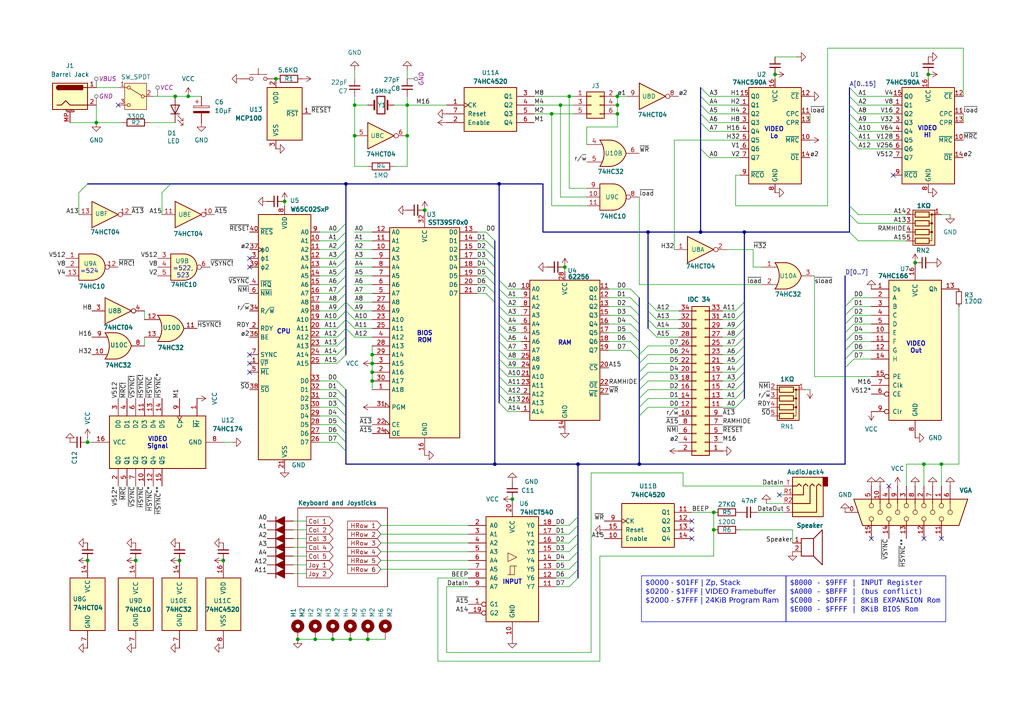
<source format=kicad_sch>
(kicad_sch (version 20250114) (generator "eeschema") (generator_version "9.0")
  (paper "A4")
  (title_block (title "MicroMicro") (date "2025-04-06") (rev "v2"))
  (text "VIDEO\nLo" (at 224.536 38.608 0) (effects (font (size 1.27 1.27) (thickness 0.254) (bold yes))))
  (text "=524" (at 25.908 78.74 0) (effects (font (size 1.27 1.27))))
  (text "BIOS\nROM" (at 123.19 97.79 0) (effects (font (size 1.27 1.27) (thickness 0.254) (bold yes))))
  (text "VIDEO\nSignal" (at 45.72 128.524 0) (effects (font (size 1.27 1.27) (thickness 0.254) (bold yes))))
  (text "=522,\n523" (at 53.086 78.994 0) (effects (font (size 1.27 1.27))))
  (text "INPUT\n" (at 148.59 168.91 0) (effects (font (size 1.27 1.27) (thickness 0.254) (bold yes))))
  (text "RAM" (at 163.83 99.568 0) (effects (font (size 1.27 1.27) (thickness 0.254) (bold yes))))
  (text "VIDEO\nOut" (at 265.684 100.838 0) (effects (font (size 1.27 1.27) (thickness 0.254) (bold yes))))
  (text "VIDEO\nHi" (at 268.986 38.354 0) (effects (font (size 1.27 1.27) (thickness 0.254) (bold yes))))
  (text "CPU" (at 82.296 96.266 0) (effects (font (size 1.27 1.27) (thickness 0.254) (bold yes))))
  (text_box "$8000 - $9FFF | INPUT Register\n$A000 - $BFFF | (bus conflict)\n$C000 - $DFFF | 8KiB EXPANSION Rom\n$E000 - $FFFF | 8KiB BIOS Rom" (at 227.965 167.005 0) (size 46.355 13.335) (margins 1.143 1.143 1.143 1.143) (effects (font (size 1.524 1.524)) (justify left top)))
  (text_box "$0000 - $01FF | Zp, Stack\n$0200 - $1FFF | VIDEO Framebuffer\n$2000 - $7FFF | 24KiB Program Ram" (at 186.055 167.005 0) (size 41.91 13.335) (margins 1.143 1.143 1.143 1.143) (effects (font (size 1.524 1.524)) (justify left top)))
  (junction (at 91.44 185.42))
  (junction (at 179.07 33.02))
  (junction (at 39.37 162.56))
  (junction (at 106.68 185.42))
  (junction (at 123.19 60.96))
  (junction (at 179.07 27.94))
  (junction (at 102.87 30.48))
  (junction (at 207.01 148.59))
  (junction (at 165.1 27.94))
  (junction (at 102.87 39.37))
  (junction (at 54.61 27.94))
  (junction (at 50.8 27.94))
  (junction (at 118.11 30.48))
  (junction (at 162.56 30.48))
  (junction (at 167.64 134.62))
  (junction (at 101.6 185.42))
  (junction (at 80.01 22.86))
  (junction (at 267.97 134.62))
  (junction (at 82.55 58.42))
  (junction (at 265.43 76.2))
  (junction (at 148.59 144.78))
  (junction (at 185.42 134.62))
  (junction (at 100.33 53.34))
  (junction (at 107.95 102.87))
  (junction (at 273.05 134.62))
  (junction (at 25.4 162.56))
  (junction (at 52.07 162.56))
  (junction (at 86.36 185.42))
  (junction (at 107.95 105.41))
  (junction (at 107.95 107.95))
  (junction (at 143.51 134.62))
  (junction (at 27.94 35.56))
  (junction (at 160.02 33.02))
  (junction (at 144.78 53.34))
  (junction (at 25.4 128.27))
  (junction (at 187.96 67.31))
  (junction (at 179.07 30.48))
  (junction (at 96.52 185.42))
  (junction (at 163.83 77.47))
  (junction (at 64.77 162.56))
  (junction (at 107.95 110.49))
  (junction (at 224.79 21.59))
  (junction (at 269.24 21.59))
  (junction (at 207.01 153.67))
  (junction (at 203.2 67.31))
  (junction (at 215.9 67.31))
  (junction (at 118.11 39.37))
  (no_connect (at 72.39 77.47))
  (no_connect (at 259.08 50.8))
  (no_connect (at 72.39 102.87))
  (no_connect (at 72.39 107.95))
  (no_connect (at 34.29 30.48))
  (no_connect (at 252.73 156.21))
  (no_connect (at 200.66 151.13))
  (no_connect (at 72.39 74.93))
  (no_connect (at 267.97 156.21))
  (no_connect (at 257.81 140.97))
  (no_connect (at 200.66 156.21))
  (no_connect (at 273.05 156.21))
  (no_connect (at 226.06 143.51))
  (no_connect (at 72.39 105.41))
  (no_connect (at 200.66 153.67))
  (bus_entry (at 97.79 128.27) (size 2.54 2.54))
  (bus_entry (at 167.64 152.4) (size -2.54 2.54))
  (bus_entry (at 248.92 38.1) (size -2.54 -2.54))
  (bus_entry (at 147.32 109.22) (size -2.54 -2.54))
  (bus_entry (at 187.96 115.57) (size -2.54 2.54))
  (bus_entry (at 97.79 115.57) (size 2.54 2.54))
  (bus_entry (at 245.11 96.52) (size 2.54 -2.54))
  (bus_entry (at 97.79 69.85) (size 2.54 -2.54))
  (bus_entry (at 205.74 30.48) (size -2.54 -2.54))
  (bus_entry (at 167.64 149.86) (size -2.54 2.54))
  (bus_entry (at 245.11 106.68) (size 2.54 -2.54))
  (bus_entry (at 97.79 72.39) (size 2.54 -2.54))
  (bus_entry (at 182.88 86.36) (size 2.54 2.54))
  (bus_entry (at 248.92 30.48) (size -2.54 -2.54))
  (bus_entry (at 187.96 113.03) (size -2.54 2.54))
  (bus_entry (at 215.9 110.49) (size -2.54 2.54))
  (bus_entry (at 187.96 100.33) (size -2.54 2.54))
  (bus_entry (at 102.87 92.71) (size -2.54 -2.54))
  (bus_entry (at 140.97 67.31) (size 2.54 2.54))
  (bus_entry (at 140.97 74.93) (size 2.54 2.54))
  (bus_entry (at 245.11 99.06) (size 2.54 -2.54))
  (bus_entry (at 190.5 92.71) (size -2.54 -2.54))
  (bus_entry (at 97.79 82.55) (size 2.54 -2.54))
  (bus_entry (at 245.11 104.14) (size 2.54 -2.54))
  (bus_entry (at 187.96 110.49) (size -2.54 2.54))
  (bus_entry (at 22.86 55.88) (size 2.54 -2.54))
  (bus_entry (at 167.64 162.56) (size -2.54 2.54))
  (bus_entry (at 190.5 90.17) (size -2.54 -2.54))
  (bus_entry (at 182.88 101.6) (size 2.54 2.54))
  (bus_entry (at 147.32 106.68) (size -2.54 -2.54))
  (bus_entry (at 215.9 105.41) (size -2.54 2.54))
  (bus_entry (at 190.5 95.25) (size -2.54 -2.54))
  (bus_entry (at 167.64 167.64) (size -2.54 2.54))
  (bus_entry (at 167.64 157.48) (size -2.54 2.54))
  (bus_entry (at 182.88 83.82) (size 2.54 2.54))
  (bus_entry (at 215.9 92.71) (size -2.54 2.54))
  (bus_entry (at 147.32 116.84) (size -2.54 -2.54))
  (bus_entry (at 97.79 125.73) (size 2.54 2.54))
  (bus_entry (at 97.79 100.33) (size 2.54 -2.54))
  (bus_entry (at 205.74 45.72) (size -2.54 -2.54))
  (bus_entry (at 147.32 111.76) (size -2.54 -2.54))
  (bus_entry (at 147.32 86.36) (size -2.54 -2.54))
  (bus_entry (at 182.88 96.52) (size 2.54 2.54))
  (bus_entry (at 248.92 33.02) (size -2.54 -2.54))
  (bus_entry (at 46.99 55.88) (size 2.54 -2.54))
  (bus_entry (at 215.9 90.17) (size -2.54 2.54))
  (bus_entry (at 140.97 77.47) (size 2.54 2.54))
  (bus_entry (at 205.74 27.94) (size -2.54 -2.54))
  (bus_entry (at 187.96 118.11) (size -2.54 2.54))
  (bus_entry (at 205.74 35.56) (size -2.54 -2.54))
  (bus_entry (at 97.79 67.31) (size 2.54 -2.54))
  (bus_entry (at 97.79 123.19) (size 2.54 2.54))
  (bus_entry (at 97.79 90.17) (size 2.54 -2.54))
  (bus_entry (at 248.92 40.64) (size -2.54 -2.54))
  (bus_entry (at 182.88 88.9) (size 2.54 2.54))
  (bus_entry (at 140.97 69.85) (size 2.54 2.54))
  (bus_entry (at 97.79 105.41) (size 2.54 -2.54))
  (bus_entry (at 97.79 85.09) (size 2.54 -2.54))
  (bus_entry (at 140.97 82.55) (size 2.54 2.54))
  (bus_entry (at 97.79 77.47) (size 2.54 -2.54))
  (bus_entry (at 248.92 64.77) (size -2.54 -2.54))
  (bus_entry (at 147.32 91.44) (size -2.54 -2.54))
  (bus_entry (at 215.9 107.95) (size -2.54 2.54))
  (bus_entry (at 97.79 95.25) (size 2.54 -2.54))
  (bus_entry (at 248.92 69.85) (size -2.54 -2.54))
  (bus_entry (at 215.9 113.03) (size -2.54 2.54))
  (bus_entry (at 167.64 160.02) (size -2.54 2.54))
  (bus_entry (at 102.87 90.17) (size -2.54 -2.54))
  (bus_entry (at 187.96 105.41) (size -2.54 2.54))
  (bus_entry (at 167.64 154.94) (size -2.54 2.54))
  (bus_entry (at 245.11 93.98) (size 2.54 -2.54))
  (bus_entry (at 190.5 97.79) (size -2.54 -2.54))
  (bus_entry (at 147.32 101.6) (size -2.54 -2.54))
  (bus_entry (at 187.96 102.87) (size -2.54 2.54))
  (bus_entry (at 147.32 96.52) (size -2.54 -2.54))
  (bus_entry (at 215.9 87.63) (size -2.54 2.54))
  (bus_entry (at 182.88 93.98) (size 2.54 2.54))
  (bus_entry (at 97.79 118.11) (size 2.54 2.54))
  (bus_entry (at 248.92 62.23) (size -2.54 -2.54))
  (bus_entry (at 147.32 83.82) (size -2.54 -2.54))
  (bus_entry (at 215.9 100.33) (size -2.54 2.54))
  (bus_entry (at 97.79 87.63) (size 2.54 -2.54))
  (bus_entry (at 147.32 119.38) (size -2.54 -2.54))
  (bus_entry (at 102.87 95.25) (size -2.54 -2.54))
  (bus_entry (at 182.88 99.06) (size 2.54 2.54))
  (bus_entry (at 215.9 102.87) (size -2.54 2.54))
  (bus_entry (at 248.92 35.56) (size -2.54 -2.54))
  (bus_entry (at 147.32 104.14) (size -2.54 -2.54))
  (bus_entry (at 97.79 110.49) (size 2.54 2.54))
  (bus_entry (at 215.9 115.57) (size -2.54 2.54))
  (bus_entry (at 248.92 27.94) (size -2.54 -2.54))
  (bus_entry (at 97.79 80.01) (size 2.54 -2.54))
  (bus_entry (at 140.97 80.01) (size 2.54 2.54))
  (bus_entry (at 102.87 97.79) (size -2.54 -2.54))
  (bus_entry (at 97.79 74.93) (size 2.54 -2.54))
  (bus_entry (at 245.11 101.6) (size 2.54 -2.54))
  (bus_entry (at 97.79 97.79) (size 2.54 -2.54))
  (bus_entry (at 147.32 93.98) (size -2.54 -2.54))
  (bus_entry (at 215.9 95.25) (size -2.54 2.54))
  (bus_entry (at 187.96 107.95) (size -2.54 2.54))
  (bus_entry (at 182.88 91.44) (size 2.54 2.54))
  (bus_entry (at 147.32 99.06) (size -2.54 -2.54))
  (bus_entry (at 97.79 92.71) (size 2.54 -2.54))
  (bus_entry (at 245.11 88.9) (size 2.54 -2.54))
  (bus_entry (at 140.97 85.09) (size 2.54 2.54))
  (bus_entry (at 205.74 38.1) (size -2.54 -2.54))
  (bus_entry (at 97.79 113.03) (size 2.54 2.54))
  (bus_entry (at 167.64 165.1) (size -2.54 2.54))
  (bus_entry (at 248.92 43.18) (size -2.54 -2.54))
  (bus_entry (at 245.11 91.44) (size 2.54 -2.54))
  (bus_entry (at 140.97 72.39) (size 2.54 2.54))
  (bus_entry (at 97.79 120.65) (size 2.54 2.54))
  (bus_entry (at 97.79 102.87) (size 2.54 -2.54))
  (bus_entry (at 205.74 33.02) (size -2.54 -2.54))
  (bus_entry (at 215.9 97.79) (size -2.54 2.54))
  (bus_entry (at 147.32 114.3) (size -2.54 -2.54))
  (bus_entry (at 147.32 88.9) (size -2.54 -2.54))
  (bus (pts (xy 143.51 134.62) (xy 167.64 134.62)))
  (wire (pts (xy 190.5 90.17) (xy 196.85 90.17)))
  (wire (pts (xy 138.43 74.93) (xy 140.97 74.93)))
  (wire (pts (xy 179.07 27.94) (xy 179.07 30.48)))
  (wire (pts (xy 248.92 35.56) (xy 259.08 35.56)))
  (bus (pts (xy 215.9 92.71) (xy 215.9 95.25)))
  (bus (pts (xy 144.78 86.36) (xy 144.78 88.9)))
  (wire (pts (xy 190.5 97.79) (xy 196.85 97.79)))
  (wire (pts (xy 161.29 160.02) (xy 165.1 160.02)))
  (bus (pts (xy 245.11 106.68) (xy 245.11 134.62)))
  (wire (pts (xy 224.79 21.59) (xy 224.79 22.86)))
  (wire (pts (xy 182.88 96.52) (xy 176.53 96.52)))
  (wire (pts (xy 147.32 96.52) (xy 151.13 96.52)))
  (bus (pts (xy 100.33 85.09) (xy 100.33 87.63)))
  (bus (pts (xy 185.42 91.44) (xy 185.42 93.98)))
  (wire (pts (xy 198.12 137.16) (xy 171.45 137.16)))
  (wire (pts (xy 240.03 59.69) (xy 240.03 13.97)))
  (bus (pts (xy 187.96 67.31) (xy 203.2 67.31)))
  (wire (pts (xy 88.9 163.83) (xy 85.09 163.83)))
  (wire (pts (xy 160.02 33.02) (xy 166.37 33.02)))
  (wire (pts (xy 147.32 109.22) (xy 151.13 109.22)))
  (wire (pts (xy 248.92 27.94) (xy 259.08 27.94)))
  (bus (pts (xy 245.11 88.9) (xy 245.11 91.44)))
  (wire (pts (xy 96.52 185.42) (xy 101.6 185.42)))
  (bus (pts (xy 100.33 90.17) (xy 100.33 92.71)))
  (wire (pts (xy 226.06 143.51) (xy 227.33 143.51)))
  (wire (pts (xy 179.07 36.83) (xy 179.07 33.02)))
  (wire (pts (xy 114.3 30.48) (xy 118.11 30.48)))
  (wire (pts (xy 102.87 77.47) (xy 107.95 77.47)))
  (wire (pts (xy 171.45 189.23) (xy 129.54 189.23)))
  (wire (pts (xy 107.95 110.49) (xy 107.95 113.03)))
  (wire (pts (xy 248.92 69.85) (xy 262.89 69.85)))
  (wire (pts (xy 207.01 161.29) (xy 207.01 153.67)))
  (bus (pts (xy 144.78 99.06) (xy 144.78 101.6)))
  (wire (pts (xy 147.32 106.68) (xy 151.13 106.68)))
  (wire (pts (xy 147.32 91.44) (xy 151.13 91.44)))
  (wire (pts (xy 127 167.64) (xy 127 191.77)))
  (bus (pts (xy 187.96 87.63) (xy 187.96 90.17)))
  (bus (pts (xy 246.38 59.69) (xy 246.38 62.23)))
  (wire (pts (xy 213.36 115.57) (xy 209.55 115.57)))
  (bus (pts (xy 100.33 134.62) (xy 143.51 134.62)))
  (wire (pts (xy 138.43 67.31) (xy 140.97 67.31)))
  (wire (pts (xy 97.79 125.73) (xy 92.71 125.73)))
  (wire (pts (xy 88.9 153.67) (xy 85.09 153.67)))
  (wire (pts (xy 214.63 50.8) (xy 213.36 50.8)))
  (wire (pts (xy 165.1 167.64) (xy 161.29 167.64)))
  (bus (pts (xy 185.42 88.9) (xy 185.42 91.44)))
  (wire (pts (xy 101.6 185.42) (xy 106.68 185.42)))
  (bus (pts (xy 245.11 96.52) (xy 245.11 99.06)))
  (bus (pts (xy 143.51 80.01) (xy 143.51 82.55)))
  (wire (pts (xy 147.32 88.9) (xy 151.13 88.9)))
  (wire (pts (xy 187.96 107.95) (xy 196.85 107.95)))
  (wire (pts (xy 207.01 148.59) (xy 200.66 148.59)))
  (wire (pts (xy 229.87 153.67) (xy 214.63 153.67)))
  (wire (pts (xy 97.79 77.47) (xy 92.71 77.47)))
  (wire (pts (xy 234.95 113.03) (xy 233.68 113.03)))
  (wire (pts (xy 88.9 158.75) (xy 85.09 158.75)))
  (wire (pts (xy 165.1 27.94) (xy 165.1 54.61)))
  (wire (pts (xy 165.1 157.48) (xy 161.29 157.48)))
  (wire (pts (xy 205.74 35.56) (xy 214.63 35.56)))
  (bus (pts (xy 100.33 69.85) (xy 100.33 72.39)))
  (bus (pts (xy 100.33 123.19) (xy 100.33 125.73)))
  (bus (pts (xy 144.78 53.34) (xy 144.78 81.28)))
  (wire (pts (xy 22.86 55.88) (xy 22.86 62.23)))
  (bus (pts (xy 143.51 74.93) (xy 143.51 77.47)))
  (wire (pts (xy 102.87 97.79) (xy 107.95 97.79)))
  (bus (pts (xy 185.42 86.36) (xy 185.42 88.9)))
  (wire (pts (xy 138.43 69.85) (xy 140.97 69.85)))
  (wire (pts (xy 236.22 80.01) (xy 236.22 109.22)))
  (wire (pts (xy 185.42 82.55) (xy 185.42 57.15)))
  (wire (pts (xy 187.96 110.49) (xy 196.85 110.49)))
  (bus (pts (xy 187.96 92.71) (xy 187.96 95.25)))
  (wire (pts (xy 205.74 33.02) (xy 214.63 33.02)))
  (bus (pts (xy 167.64 162.56) (xy 167.64 165.1)))
  (bus (pts (xy 157.48 53.34) (xy 144.78 53.34)))
  (bus (pts (xy 167.64 152.4) (xy 167.64 154.94)))
  (wire (pts (xy 179.07 30.48) (xy 179.07 33.02)))
  (bus (pts (xy 185.42 99.06) (xy 185.42 101.6)))
  (wire (pts (xy 138.43 82.55) (xy 140.97 82.55)))
  (bus (pts (xy 100.33 74.93) (xy 100.33 77.47)))
  (bus (pts (xy 143.51 87.63) (xy 143.51 134.62)))
  (wire (pts (xy 224.79 16.51) (xy 231.14 16.51)))
  (bus (pts (xy 185.42 134.62) (xy 245.11 134.62)))
  (wire (pts (xy 97.79 82.55) (xy 92.71 82.55)))
  (wire (pts (xy 41.91 90.17) (xy 41.91 92.71)))
  (bus (pts (xy 100.33 125.73) (xy 100.33 128.27)))
  (bus (pts (xy 167.64 134.62) (xy 185.42 134.62)))
  (wire (pts (xy 97.79 97.79) (xy 92.71 97.79)))
  (wire (pts (xy 118.11 48.26) (xy 114.3 48.26)))
  (wire (pts (xy 102.87 30.48) (xy 106.68 30.48)))
  (wire (pts (xy 187.96 113.03) (xy 196.85 113.03)))
  (wire (pts (xy 248.92 62.23) (xy 262.89 62.23)))
  (bus (pts (xy 246.38 35.56) (xy 246.38 38.1)))
  (wire (pts (xy 165.1 170.18) (xy 161.29 170.18)))
  (wire (pts (xy 170.18 57.15) (xy 162.56 57.15)))
  (bus (pts (xy 144.78 111.76) (xy 144.78 114.3)))
  (wire (pts (xy 207.01 148.59) (xy 207.01 153.67)))
  (wire (pts (xy 187.96 100.33) (xy 196.85 100.33)))
  (bus (pts (xy 49.53 53.34) (xy 100.33 53.34)))
  (wire (pts (xy 161.29 154.94) (xy 165.1 154.94)))
  (bus (pts (xy 157.48 67.31) (xy 157.48 53.34)))
  (bus (pts (xy 215.9 67.31) (xy 215.9 87.63)))
  (wire (pts (xy 110.49 160.02) (xy 135.89 160.02)))
  (bus (pts (xy 144.78 53.34) (xy 100.33 53.34)))
  (wire (pts (xy 88.9 151.13) (xy 85.09 151.13)))
  (wire (pts (xy 102.87 30.48) (xy 102.87 39.37)))
  (bus (pts (xy 167.64 160.02) (xy 167.64 162.56)))
  (wire (pts (xy 147.32 101.6) (xy 151.13 101.6)))
  (wire (pts (xy 213.36 105.41) (xy 209.55 105.41)))
  (bus (pts (xy 100.33 82.55) (xy 100.33 85.09)))
  (wire (pts (xy 97.79 105.41) (xy 92.71 105.41)))
  (bus (pts (xy 167.64 149.86) (xy 167.64 152.4)))
  (bus (pts (xy 215.9 97.79) (xy 215.9 100.33)))
  (wire (pts (xy 205.74 30.48) (xy 214.63 30.48)))
  (wire (pts (xy 247.65 91.44) (xy 252.73 91.44)))
  (wire (pts (xy 248.92 43.18) (xy 259.08 43.18)))
  (wire (pts (xy 171.45 137.16) (xy 171.45 189.23)))
  (bus (pts (xy 100.33 130.81) (xy 100.33 134.62)))
  (wire (pts (xy 213.36 113.03) (xy 209.55 113.03)))
  (wire (pts (xy 147.32 104.14) (xy 151.13 104.14)))
  (bus (pts (xy 100.33 53.34) (xy 100.33 64.77)))
  (wire (pts (xy 107.95 102.87) (xy 107.95 105.41)))
  (wire (pts (xy 97.79 74.93) (xy 92.71 74.93)))
  (wire (pts (xy 135.89 167.64) (xy 127 167.64)))
  (wire (pts (xy 187.96 105.41) (xy 196.85 105.41)))
  (wire (pts (xy 198.12 140.97) (xy 227.33 140.97)))
  (wire (pts (xy 107.95 105.41) (xy 107.95 107.95)))
  (wire (pts (xy 162.56 57.15) (xy 162.56 30.48)))
  (bus (pts (xy 246.38 25.4) (xy 246.38 27.94)))
  (wire (pts (xy 267.97 134.62) (xy 273.05 134.62)))
  (bus (pts (xy 100.33 120.65) (xy 100.33 123.19)))
  (bus (pts (xy 100.33 92.71) (xy 100.33 95.25)))
  (bus (pts (xy 245.11 101.6) (xy 245.11 104.14)))
  (wire (pts (xy 247.65 101.6) (xy 252.73 101.6)))
  (wire (pts (xy 106.68 185.42) (xy 111.76 185.42)))
  (bus (pts (xy 167.64 157.48) (xy 167.64 160.02)))
  (wire (pts (xy 195.58 72.39) (xy 195.58 40.64)))
  (wire (pts (xy 43.18 35.56) (xy 50.8 35.56)))
  (wire (pts (xy 218.44 72.39) (xy 210.82 72.39)))
  (bus (pts (xy 203.2 35.56) (xy 203.2 43.18)))
  (wire (pts (xy 154.94 30.48) (xy 162.56 30.48)))
  (bus (pts (xy 100.33 67.31) (xy 100.33 69.85)))
  (bus (pts (xy 187.96 67.31) (xy 187.96 87.63)))
  (bus (pts (xy 100.33 118.11) (xy 100.33 120.65)))
  (wire (pts (xy 269.24 21.59) (xy 269.24 22.86)))
  (bus (pts (xy 246.38 33.02) (xy 246.38 35.56)))
  (bus (pts (xy 144.78 104.14) (xy 144.78 106.68)))
  (bus (pts (xy 185.42 105.41) (xy 185.42 107.95)))
  (wire (pts (xy 97.79 113.03) (xy 92.71 113.03)))
  (wire (pts (xy 185.42 82.55) (xy 220.98 82.55)))
  (bus (pts (xy 245.11 104.14) (xy 245.11 106.68)))
  (wire (pts (xy 170.18 36.83) (xy 179.07 36.83)))
  (wire (pts (xy 147.32 116.84) (xy 151.13 116.84)))
  (wire (pts (xy 102.87 80.01) (xy 107.95 80.01)))
  (wire (pts (xy 165.1 27.94) (xy 166.37 27.94)))
  (wire (pts (xy 97.79 90.17) (xy 92.71 90.17)))
  (bus (pts (xy 144.78 101.6) (xy 144.78 104.14)))
  (wire (pts (xy 102.87 67.31) (xy 107.95 67.31)))
  (bus (pts (xy 143.51 77.47) (xy 143.51 80.01)))
  (wire (pts (xy 247.65 88.9) (xy 252.73 88.9)))
  (bus (pts (xy 215.9 102.87) (xy 215.9 105.41)))
  (wire (pts (xy 222.25 146.05) (xy 227.33 146.05)))
  (wire (pts (xy 102.87 92.71) (xy 107.95 92.71)))
  (wire (pts (xy 162.56 30.48) (xy 166.37 30.48)))
  (wire (pts (xy 88.9 156.21) (xy 85.09 156.21)))
  (wire (pts (xy 247.65 104.14) (xy 252.73 104.14)))
  (wire (pts (xy 154.94 33.02) (xy 160.02 33.02)))
  (wire (pts (xy 213.36 95.25) (xy 209.55 95.25)))
  (wire (pts (xy 176.53 101.6) (xy 182.88 101.6)))
  (wire (pts (xy 182.88 86.36) (xy 176.53 86.36)))
  (wire (pts (xy 102.87 90.17) (xy 107.95 90.17)))
  (bus (pts (xy 215.9 90.17) (xy 215.9 92.71)))
  (bus (pts (xy 245.11 91.44) (xy 245.11 93.98)))
  (wire (pts (xy 97.79 69.85) (xy 92.71 69.85)))
  (wire (pts (xy 107.95 107.95) (xy 107.95 110.49)))
  (wire (pts (xy 92.71 128.27) (xy 97.79 128.27)))
  (bus (pts (xy 215.9 105.41) (xy 215.9 107.95)))
  (wire (pts (xy 154.94 27.94) (xy 165.1 27.94)))
  (wire (pts (xy 102.87 27.94) (xy 102.87 30.48)))
  (wire (pts (xy 138.43 77.47) (xy 140.97 77.47)))
  (wire (pts (xy 165.1 54.61) (xy 170.18 54.61)))
  (wire (pts (xy 44.45 27.94) (xy 50.8 27.94)))
  (wire (pts (xy 205.74 38.1) (xy 214.63 38.1)))
  (bus (pts (xy 215.9 110.49) (xy 215.9 113.03)))
  (wire (pts (xy 88.9 161.29) (xy 85.09 161.29)))
  (wire (pts (xy 267.97 134.62) (xy 267.97 140.97)))
  (wire (pts (xy 219.71 148.59) (xy 227.33 148.59)))
  (wire (pts (xy 118.11 39.37) (xy 118.11 48.26)))
  (wire (pts (xy 248.92 33.02) (xy 259.08 33.02)))
  (bus (pts (xy 215.9 107.95) (xy 215.9 110.49)))
  (wire (pts (xy 179.07 27.94) (xy 181.61 27.94)))
  (wire (pts (xy 213.36 110.49) (xy 209.55 110.49)))
  (wire (pts (xy 275.59 62.23) (xy 273.05 62.23)))
  (wire (pts (xy 205.74 45.72) (xy 214.63 45.72)))
  (wire (pts (xy 110.49 165.1) (xy 135.89 165.1)))
  (wire (pts (xy 102.87 95.25) (xy 107.95 95.25)))
  (bus (pts (xy 144.78 109.22) (xy 144.78 111.76)))
  (bus (pts (xy 215.9 87.63) (xy 215.9 90.17)))
  (wire (pts (xy 86.36 185.42) (xy 91.44 185.42)))
  (wire (pts (xy 102.87 39.37) (xy 102.87 48.26)))
  (wire (pts (xy 247.65 96.52) (xy 252.73 96.52)))
  (wire (pts (xy 170.18 59.69) (xy 160.02 59.69)))
  (wire (pts (xy 165.1 165.1) (xy 161.29 165.1)))
  (bus (pts (xy 167.64 165.1) (xy 167.64 167.64)))
  (wire (pts (xy 279.4 13.97) (xy 279.4 27.94)))
  (wire (pts (xy 147.32 83.82) (xy 151.13 83.82)))
  (wire (pts (xy 110.49 154.94) (xy 135.89 154.94)))
  (wire (pts (xy 118.11 30.48) (xy 129.54 30.48)))
  (wire (pts (xy 110.49 157.48) (xy 135.89 157.48)))
  (wire (pts (xy 273.05 134.62) (xy 278.13 134.62)))
  (wire (pts (xy 20.32 35.56) (xy 27.94 35.56)))
  (wire (pts (xy 182.88 99.06) (xy 176.53 99.06)))
  (wire (pts (xy 97.79 95.25) (xy 92.71 95.25)))
  (wire (pts (xy 240.03 13.97) (xy 279.4 13.97)))
  (wire (pts (xy 102.87 87.63) (xy 107.95 87.63)))
  (wire (pts (xy 247.65 86.36) (xy 252.73 86.36)))
  (wire (pts (xy 182.88 88.9) (xy 176.53 88.9)))
  (wire (pts (xy 160.02 33.02) (xy 160.02 59.69)))
  (bus (pts (xy 144.78 114.3) (xy 144.78 116.84)))
  (wire (pts (xy 97.79 118.11) (xy 92.71 118.11)))
  (bus (pts (xy 100.33 95.25) (xy 100.33 97.79)))
  (wire (pts (xy 138.43 85.09) (xy 140.97 85.09)))
  (wire (pts (xy 173.99 161.29) (xy 207.01 161.29)))
  (wire (pts (xy 118.11 30.48) (xy 118.11 39.37)))
  (bus (pts (xy 215.9 100.33) (xy 215.9 102.87)))
  (wire (pts (xy 27.94 35.56) (xy 27.94 30.48)))
  (wire (pts (xy 173.99 191.77) (xy 173.99 161.29)))
  (wire (pts (xy 147.32 86.36) (xy 151.13 86.36)))
  (wire (pts (xy 190.5 92.71) (xy 196.85 92.71)))
  (wire (pts (xy 163.83 77.47) (xy 163.83 78.74)))
  (bus (pts (xy 100.33 87.63) (xy 100.33 90.17)))
  (bus (pts (xy 100.33 80.01) (xy 100.33 82.55)))
  (wire (pts (xy 247.65 93.98) (xy 252.73 93.98)))
  (wire (pts (xy 97.79 85.09) (xy 92.71 85.09)))
  (wire (pts (xy 248.92 64.77) (xy 262.89 64.77)))
  (wire (pts (xy 88.9 166.37) (xy 85.09 166.37)))
  (bus (pts (xy 143.51 72.39) (xy 143.51 74.93)))
  (wire (pts (xy 213.36 102.87) (xy 209.55 102.87)))
  (wire (pts (xy 205.74 27.94) (xy 214.63 27.94)))
  (bus (pts (xy 185.42 118.11) (xy 185.42 120.65)))
  (wire (pts (xy 118.11 20.32) (xy 118.11 22.86)))
  (wire (pts (xy 50.8 27.94) (xy 54.61 27.94)))
  (wire (pts (xy 161.29 152.4) (xy 165.1 152.4)))
  (bus (pts (xy 246.38 27.94) (xy 246.38 30.48)))
  (bus (pts (xy 245.11 80.01) (xy 245.11 88.9)))
  (wire (pts (xy 27.94 35.56) (xy 35.56 35.56)))
  (wire (pts (xy 147.32 93.98) (xy 151.13 93.98)))
  (wire (pts (xy 27.94 25.4) (xy 34.29 25.4)))
  (bus (pts (xy 143.51 82.55) (xy 143.51 85.09)))
  (wire (pts (xy 187.96 115.57) (xy 196.85 115.57)))
  (wire (pts (xy 147.32 114.3) (xy 151.13 114.3)))
  (wire (pts (xy 97.79 102.87) (xy 92.71 102.87)))
  (bus (pts (xy 215.9 95.25) (xy 215.9 97.79)))
  (wire (pts (xy 247.65 99.06) (xy 252.73 99.06)))
  (wire (pts (xy 102.87 82.55) (xy 107.95 82.55)))
  (wire (pts (xy 106.68 48.26) (xy 102.87 48.26)))
  (wire (pts (xy 129.54 170.18) (xy 135.89 170.18)))
  (bus (pts (xy 185.42 107.95) (xy 185.42 110.49)))
  (wire (pts (xy 147.32 99.06) (xy 151.13 99.06)))
  (wire (pts (xy 278.13 88.9) (xy 278.13 134.62)))
  (bus (pts (xy 100.33 100.33) (xy 100.33 102.87)))
  (bus (pts (xy 185.42 120.65) (xy 185.42 134.62)))
  (wire (pts (xy 110.49 152.4) (xy 135.89 152.4)))
  (wire (pts (xy 236.22 109.22) (xy 252.73 109.22)))
  (wire (pts (xy 102.87 69.85) (xy 107.95 69.85)))
  (wire (pts (xy 102.87 74.93) (xy 107.95 74.93)))
  (wire (pts (xy 138.43 80.01) (xy 140.97 80.01)))
  (bus (pts (xy 203.2 30.48) (xy 203.2 33.02)))
  (wire (pts (xy 64.77 128.27) (xy 67.31 128.27)))
  (bus (pts (xy 100.33 97.79) (xy 100.33 100.33)))
  (bus (pts (xy 185.42 110.49) (xy 185.42 113.03)))
  (wire (pts (xy 213.36 97.79) (xy 209.55 97.79)))
  (wire (pts (xy 213.36 118.11) (xy 209.55 118.11)))
  (bus (pts (xy 203.2 27.94) (xy 203.2 30.48)))
  (bus (pts (xy 144.78 88.9) (xy 144.78 91.44)))
  (wire (pts (xy 213.36 107.95) (xy 209.55 107.95)))
  (bus (pts (xy 100.33 64.77) (xy 100.33 67.31)))
  (wire (pts (xy 129.54 189.23) (xy 129.54 170.18)))
  (wire (pts (xy 97.79 72.39) (xy 92.71 72.39)))
  (bus (pts (xy 245.11 99.06) (xy 245.11 101.6)))
  (bus (pts (xy 203.2 43.18) (xy 203.2 67.31)))
  (wire (pts (xy 97.79 80.01) (xy 92.71 80.01)))
  (wire (pts (xy 234.95 33.02) (xy 234.95 35.56)))
  (wire (pts (xy 182.88 93.98) (xy 176.53 93.98)))
  (wire (pts (xy 187.96 102.87) (xy 196.85 102.87)))
  (wire (pts (xy 213.36 90.17) (xy 209.55 90.17)))
  (wire (pts (xy 213.36 59.69) (xy 240.03 59.69)))
  (wire (pts (xy 198.12 137.16) (xy 198.12 140.97)))
  (bus (pts (xy 143.51 85.09) (xy 143.51 87.63)))
  (bus (pts (xy 246.38 62.23) (xy 246.38 67.31)))
  (bus (pts (xy 100.33 113.03) (xy 100.33 115.57)))
  (bus (pts (xy 185.42 102.87) (xy 185.42 104.14)))
  (wire (pts (xy 127 191.77) (xy 173.99 191.77)))
  (wire (pts (xy 82.55 58.42) (xy 82.55 59.69)))
  (bus (pts (xy 203.2 67.31) (xy 215.9 67.31)))
  (bus (pts (xy 203.2 33.02) (xy 203.2 35.56)))
  (wire (pts (xy 107.95 100.33) (xy 107.95 102.87)))
  (wire (pts (xy 46.99 55.88) (xy 46.99 62.23)))
  (bus (pts (xy 185.42 101.6) (xy 185.42 102.87)))
  (bus (pts (xy 144.78 81.28) (xy 144.78 83.82)))
  (wire (pts (xy 218.44 77.47) (xy 218.44 72.39)))
  (wire (pts (xy 248.92 40.64) (xy 259.08 40.64)))
  (wire (pts (xy 102.87 72.39) (xy 107.95 72.39)))
  (wire (pts (xy 97.79 92.71) (xy 92.71 92.71)))
  (bus (pts (xy 185.42 96.52) (xy 185.42 99.06)))
  (bus (pts (xy 100.33 77.47) (xy 100.33 80.01)))
  (wire (pts (xy 248.92 30.48) (xy 259.08 30.48)))
  (bus (pts (xy 144.78 106.68) (xy 144.78 109.22)))
  (wire (pts (xy 182.88 91.44) (xy 176.53 91.44)))
  (bus (pts (xy 246.38 38.1) (xy 246.38 40.64)))
  (bus (pts (xy 167.64 154.94) (xy 167.64 157.48)))
  (bus (pts (xy 246.38 30.48) (xy 246.38 33.02)))
  (wire (pts (xy 190.5 95.25) (xy 196.85 95.25)))
  (wire (pts (xy 195.58 40.64) (xy 214.63 40.64)))
  (bus (pts (xy 185.42 115.57) (xy 185.42 118.11)))
  (bus (pts (xy 167.64 134.62) (xy 167.64 149.86)))
  (bus (pts (xy 185.42 113.03) (xy 185.42 115.57)))
  (wire (pts (xy 97.79 100.33) (xy 92.71 100.33)))
  (wire (pts (xy 147.32 111.76) (xy 151.13 111.76)))
  (wire (pts (xy 147.32 119.38) (xy 151.13 119.38)))
  (wire (pts (xy 213.36 92.71) (xy 209.55 92.71)))
  (bus (pts (xy 203.2 25.4) (xy 203.2 27.94)))
  (wire (pts (xy 97.79 123.19) (xy 92.71 123.19)))
  (wire (pts (xy 165.1 162.56) (xy 161.29 162.56)))
  (wire (pts (xy 97.79 67.31) (xy 92.71 67.31)))
  (wire (pts (xy 279.4 33.02) (xy 279.4 35.56)))
  (wire (pts (xy 273.05 134.62) (xy 273.05 140.97)))
  (bus (pts (xy 144.78 93.98) (xy 144.78 96.52)))
  (wire (pts (xy 248.92 38.1) (xy 259.08 38.1)))
  (bus (pts (xy 144.78 83.82) (xy 144.78 86.36)))
  (bus (pts (xy 215.9 67.31) (xy 246.38 67.31)))
  (bus (pts (xy 143.51 69.85) (xy 143.51 72.39)))
  (wire (pts (xy 41.91 97.79) (xy 41.91 100.33)))
  (bus (pts (xy 25.4 53.34) (xy 49.53 53.34)))
  (bus (pts (xy 157.48 67.31) (xy 187.96 67.31)))
  (wire (pts (xy 91.44 185.42) (xy 96.52 185.42)))
  (wire (pts (xy 25.4 128.27) (xy 25.4 127)))
  (bus (pts (xy 185.42 93.98) (xy 185.42 96.52)))
  (bus (pts (xy 246.38 40.64) (xy 246.38 59.69)))
  (wire (pts (xy 25.4 128.27) (xy 26.67 128.27)))
  (wire (pts (xy 102.87 85.09) (xy 107.95 85.09)))
  (wire (pts (xy 58.42 27.94) (xy 54.61 27.94)))
  (wire (pts (xy 97.79 87.63) (xy 92.71 87.63)))
  (wire (pts (xy 213.36 100.33) (xy 209.55 100.33)))
  (bus (pts (xy 100.33 128.27) (xy 100.33 130.81)))
  (wire (pts (xy 118.11 30.48) (xy 118.11 27.94)))
  (wire (pts (xy 213.36 50.8) (xy 213.36 59.69)))
  (wire (pts (xy 218.44 77.47) (xy 220.98 77.47)))
  (wire (pts (xy 110.49 162.56) (xy 135.89 162.56)))
  (wire (pts (xy 97.79 120.65) (xy 92.71 120.65)))
  (wire (pts (xy 176.53 83.82) (xy 182.88 83.82)))
  (bus (pts (xy 144.78 96.52) (xy 144.78 99.06)))
  (bus (pts (xy 185.42 104.14) (xy 185.42 105.41)))
  (wire (pts (xy 187.96 118.11) (xy 196.85 118.11)))
  (bus (pts (xy 100.33 115.57) (xy 100.33 118.11)))
  (wire (pts (xy 229.87 153.67) (xy 229.87 157.48)))
  (wire (pts (xy 138.43 72.39) (xy 140.97 72.39)))
  (bus (pts (xy 100.33 72.39) (xy 100.33 74.93)))
  (wire (pts (xy 170.18 41.91) (xy 170.18 36.83)))
  (bus (pts (xy 245.11 93.98) (xy 245.11 96.52)))
  (wire (pts (xy 97.79 110.49) (xy 92.71 110.49)))
  (wire (pts (xy 262.89 134.62) (xy 262.89 140.97)))
  (wire (pts (xy 97.79 115.57) (xy 92.71 115.57)))
  (wire (pts (xy 102.87 22.86) (xy 102.87 20.32)))
  (wire (pts (xy 262.89 134.62) (xy 267.97 134.62)))
  (bus (pts (xy 144.78 91.44) (xy 144.78 93.98)))
  (bus (pts (xy 187.96 90.17) (xy 187.96 92.71)))
  (bus (pts (xy 215.9 113.03) (xy 215.9 115.57)))
  (label "A14" (at 262.89 62.23 180))
  (label "A3" (at 102.87 74.93 0))
  (label "A11" (at 213.36 90.17 180))
  (label "A6" (at 205.74 35.56 0))
  (label "~{A15}" (at 107.95 125.73 180))
  (label "~{HSYNC}*" (at 46.99 115.57 90))
  (label "~{NMI}" (at 196.85 125.73 180))
  (label "D7" (at 140.97 85.09 180))
  (label "D5" (at 247.65 99.06 0))
  (label "~{NMI}" (at 223.52 113.03 180))
  (label "ø2" (at 72.39 72.39 180))
  (label "A4" (at 213.36 107.95 180))
  (label "V256" (at 259.08 43.18 180))
  (label "A9" (at 102.87 90.17 0))
  (label "A9" (at 147.32 106.68 0))
  (label "D1" (at 163.83 154.94 180))
  (label "A6" (at 102.87 82.55 0))
  (label "A8" (at 102.87 87.63 0))
  (label "D2" (at 247.65 91.44 0))
  (label "A4" (at 97.79 77.47 180))
  (label "A0" (at 97.79 67.31 180))
  (label "A3" (at 77.47 158.75 180))
  (label "~{sload}" (at 236.22 82.55 0))
  (label "~{A15}" (at 196.85 123.19 180))
  (label "A15" (at 262.89 69.85 180))
  (label "V8" (at 19.05 77.47 180))
  (label "A10" (at 147.32 109.22 0))
  (label "~{H32}" (at 218.44 72.39 0))
  (label "M16" (at 252.73 111.76 180))
  (label "D7" (at 97.79 128.27 180))
  (label "V128" (at 259.08 40.64 180))
  (label "~{WR}" (at 175.26 151.13 180))
  (label "A5" (at 205.74 33.02 0))
  (label "A2" (at 248.92 30.48 0))
  (label "~{HSYNC!}" (at 41.91 115.57 90))
  (label "A9" (at 97.79 90.17 180))
  (label "A13" (at 147.32 116.84 0))
  (label "D5" (at 163.83 165.1 180))
  (label "D3" (at 140.97 74.93 180))
  (label "A0" (at 205.74 45.72 0))
  (label "A3" (at 147.32 91.44 0))
  (label "D1" (at 181.61 86.36 180))
  (label "D3" (at 181.61 91.44 180))
  (label "A6" (at 147.32 99.06 0))
  (label "~{HSYNC}" (at 41.91 140.97 270))
  (label "~{SO}" (at 223.52 120.65 180))
  (label "~{load}" (at 220.98 82.55 180))
  (label "A10" (at 213.36 92.71 180))
  (label "D[0..7]" (at 245.11 80.01 0))
  (label "D2" (at 140.97 72.39 180))
  (label "V8" (at 259.08 30.48 180))
  (label "A2" (at 102.87 72.39 0))
  (label "A1" (at 213.36 115.57 180))
  (label "A1" (at 97.79 69.85 180))
  (label "A9" (at 213.36 95.25 180))
  (label "D5" (at 140.97 80.01 180))
  (label "~{SO}" (at 72.39 113.03 180))
  (label "A7" (at 102.87 85.09 0))
  (label "A14" (at 190.5 95.25 0))
  (label "A0" (at 102.87 67.31 0))
  (label "RAMHIDE" (at 262.89 67.31 180))
  (label "D3" (at 196.85 110.49 180))
  (label "A0" (at 77.47 151.13 180))
  (label "~{MRC!}" (at 34.29 77.47 0))
  (label "D6" (at 140.97 82.55 180))
  (label "H1" (at 214.63 27.94 180))
  (label "D0" (at 163.83 152.4 180))
  (label "A15" (at 176.53 106.68 0))
  (label "D7" (at 247.65 104.14 0))
  (label "A4" (at 102.87 77.47 0))
  (label "D0" (at 97.79 110.49 180))
  (label "A14" (at 97.79 102.87 180))
  (label "M4" (at 154.94 30.48 0))
  (label "A8" (at 248.92 33.02 0))
  (label "A6" (at 97.79 82.55 180))
  (label "A4" (at 77.47 161.29 180))
  (label "D4" (at 140.97 77.47 180))
  (label "ø2" (at 196.85 128.27 180))
  (label "A7" (at 97.79 85.09 180))
  (label "~{VSYNC!}" (at 39.37 115.57 90))
  (label "M8" (at 154.94 27.94 0))
  (label "ø2" (at 196.85 27.94 0))
  (label "ø2" (at 279.4 45.72 0))
  (label "H4" (at 214.63 33.02 180))
  (label "A9" (at 248.92 35.56 0))
  (label "V8" (at 45.72 77.47 180))
  (label "~{A13}" (at 209.55 120.65 0))
  (label "D0" (at 196.85 118.11 180))
  (label "A11" (at 248.92 40.64 0))
  (label "r{slash}~{w}" (at 196.85 120.65 180))
  (label "A0" (at 213.36 118.11 180))
  (label "~{HSYNC}*" (at 44.45 140.97 270))
  (label "D1" (at 196.85 115.57 180))
  (label "~{MRC}" (at 279.4 40.64 0))
  (label "V512" (at 259.08 45.72 180))
  (label "D5" (at 181.61 96.52 180))
  (label "D0" (at 247.65 86.36 0))
  (label "V512" (at 45.72 74.93 180))
  (label "A0" (at 147.32 83.82 0))
  (label "~{NMI}" (at 72.39 85.09 180))
  (label "r{slash}~{w}" (at 72.39 90.17 180))
  (label "A15" (at 46.99 62.23 180))
  (label "D4" (at 196.85 107.95 180))
  (label "A12" (at 102.87 97.79 0))
  (label "D1" (at 247.65 88.9 0))
  (label "M16" (at 120.65 30.48 0))
  (label "H2" (at 214.63 30.48 180))
  (label "~{HSYNC}**" (at 262.89 156.21 270))
  (label "A12" (at 147.32 114.3 0))
  (label "A3" (at 97.79 74.93 180))
  (label "A1" (at 147.32 86.36 0))
  (label "ø2" (at 234.95 45.72 0))
  (label "D7" (at 163.83 170.18 180))
  (label "V4" (at 19.05 80.01 180))
  (label "D0" (at 181.61 83.82 180))
  (label "D7" (at 181.61 101.6 180))
  (label "DataOut" (at 227.33 148.59 180))
  (label "D7" (at 196.85 100.33 180))
  (label "A7" (at 147.32 101.6 0))
  (label "D6" (at 196.85 102.87 180))
  (label "A11" (at 147.32 111.76 0))
  (label "V2" (at 214.63 45.72 180))
  (label "A15" (at 97.79 105.41 180))
  (label "DataIn" (at 227.33 140.97 180))
  (label "M2" (at 154.94 33.02 0))
  (label "~{load}" (at 279.4 33.02 0))
  (label "A5" (at 213.36 105.41 180))
  (label "~{RESET}" (at 72.39 67.31 180))
  (label "ø1" (at 181.61 27.94 180))
  (label "A14" (at 135.89 177.8 180))
  (label "D4" (at 97.79 120.65 180))
  (label "A4" (at 147.32 93.98 0))
  (label "~{MRC}" (at 36.83 140.97 270))
  (label "A12" (at 248.92 43.18 0))
  (label "A2" (at 147.32 88.9 0))
  (label "Speaker" (at 229.87 157.48 180))
  (label "H16" (at 214.63 38.1 180))
  (label "~{MRC!}" (at 36.83 115.57 90))
  (label "BEEP" (at 200.66 148.59 0))
  (label "~{HSYNC}" (at 44.45 115.57 90))
  (label "A14" (at 147.32 119.38 0))
  (label "V512" (at 34.29 115.57 90))
  (label "RAMHIDE" (at 176.53 111.76 0))
  (label "D1" (at 140.97 69.85 180))
  (label "r{slash}~{w}" (at 170.18 46.99 180))
  (label "A10" (at 248.92 38.1 0))
  (label "D2" (at 196.85 113.03 180))
  (label "A12" (at 77.47 163.83 180))
  (label "A[0..15]" (at 246.38 25.4 0))
  (label "A3" (at 213.36 110.49 180))
  (label "~{A15}" (at 135.89 175.26 180))
  (label "RDY" (at 223.52 118.11 180))
  (label "RAMHIDE" (at 209.55 123.19 0))
  (label "~{VSYNC}" (at 257.81 156.21 270))
  (label "A13" (at 22.86 62.23 180))
  (label "V2" (at 45.72 80.01 180))
  (label "~{VSYNC!}" (at 60.96 77.47 0))
  (label "DataIn" (at 135.89 170.18 180))
  (label "A15" (at 175.26 156.21 180))
  (label "D3" (at 97.79 118.11 180))
  (label "r{slash}~{w}" (at 223.52 115.57 180))
  (label "V32" (at 259.08 35.56 180))
  (label "A5" (at 102.87 80.01 0))
  (label "D3" (at 163.83 160.02 180))
  (label "D6" (at 181.61 99.06 180))
  (label "A13" (at 97.79 100.33 180))
  (label "A12" (at 190.5 90.17 0))
  (label "RDY" (at 72.39 95.25 180))
  (label "H32" (at 26.67 102.87 180))
  (label "A7" (at 213.36 100.33 180))
  (label "V64" (at 259.08 38.1 180))
  (label "A8" (at 213.36 97.79 180))
  (label "D2" (at 181.61 88.9 180))
  (label "~{load}" (at 185.42 57.15 0))
  (label "ø2" (at 72.39 97.79 180))
  (label "A12" (at 97.79 97.79 180))
  (label "A3" (at 205.74 27.94 0))
  (label "A15" (at 190.5 97.79 0))
  (label "D4" (at 163.83 162.56 180))
  (label "A8" (at 97.79 87.63 180))
  (label "~{VSYNC}" (at 72.39 82.55 180))
  (label "A10" (at 97.79 92.71 180))
  (label "D5" (at 97.79 123.19 180))
  (label "A2" (at 97.79 72.39 180))
  (label "A13" (at 190.5 92.71 0))
  (label "~{HSYNC}**" (at 46.99 140.97 270))
  (label "D4" (at 181.61 93.98 180))
  (label "~{VSYNC}" (at 39.37 140.97 270))
  (label "V512" (at 19.05 74.93 180))
  (label "D2" (at 97.79 115.57 180))
  (label "~{RESET}" (at 209.55 125.73 0))
  (label "M1" (at 154.94 35.56 0))
  (label "A11" (at 102.87 95.25 0))
  (label "D6" (at 247.65 101.6 0))
  (label "H16" (at 26.67 97.79 180))
  (label "A10" (at 102.87 92.71 0))
  (label "H8" (at 26.67 90.17 180))
  (label "H32" (at 214.63 40.64 180))
  (label "V4" (at 259.08 27.94 180))
  (label "A2" (at 213.36 113.03 180))
  (label "~{A13}" (at 38.1 62.23 0))
  (label "D5" (at 196.85 105.41 180))
  (label "H32" (at 195.58 72.39 180))
  (label "A1" (at 77.47 153.67 180))
  (label "D0" (at 140.97 67.31 0))
  (label "~{WR}" (at 185.42 44.45 0))
  (label "V16" (at 259.08 33.02 180))
  (label "A13" (at 262.89 64.77 180))
  (label "BEEP" (at 135.89 167.64 180))
  (label "A8" (at 147.32 104.14 0))
  (label "A6" (at 213.36 102.87 180))
  (label "V512*" (at 34.29 140.97 270))
  (label "A1" (at 248.92 27.94 0))
  (label "A7" (at 205.74 38.1 0))
  (label "V1" (at 214.63 43.18 180))
  (label "D6" (at 97.79 125.73 180))
  (label "A1" (at 102.87 69.85 0))
  (label "~{RESET}" (at 90.17 33.02 0))
  (label "~{load}" (at 234.95 33.02 0))
  (label "V512*" (at 252.73 114.3 180))
  (label "D1" (at 97.79 113.03 180))
  (label "A11" (at 97.79 95.25 180))
  (label "A4" (at 205.74 30.48 0))
  (label "D4" (at 247.65 96.52 0))
  (label "~{HSYNC!}" (at 57.15 95.25 0))
  (label "D3" (at 247.65 93.98 0))
  (label "~{WR}" (at 176.53 114.3 0))
  (label "A5" (at 147.32 96.52 0))
  (label "D6" (at 163.83 167.64 180))
  (label "~{A15}" (at 62.23 62.23 0))
  (label "A5" (at 97.79 80.01 180))
  (label "~{A13}" (at 107.95 123.19 180))
  (label "D2" (at 163.83 157.48 180))
  (label "M1" (at 52.07 115.57 90))
  (label "H8" (at 214.63 35.56 180))
  (label "M16" (at 209.55 128.27 0))
  (label "A2" (at 77.47 156.21 180))
  (label "A11" (at 77.47 166.37 180))
  (global_label "Col 3" (shape output) (at 88.9 156.21 0) (property "Intersheetrefs" "${INTERSHEET_REFS}" (effects (hide yes))))
  (global_label "Joy 1" (shape output) (at 88.9 163.83 0) (property "Intersheetrefs" "${INTERSHEET_REFS}" (effects (hide yes))))
  (global_label "HRow 1" (shape input) (at 110.49 152.4 180) (property "Intersheetrefs" "${INTERSHEET_REFS}" (effects (hide yes))))
  (global_label "Joy 2" (shape output) (at 88.9 166.37 0) (property "Intersheetrefs" "${INTERSHEET_REFS}" (effects (hide yes))))
  (global_label "HRow 5" (shape input) (at 110.49 162.56 180) (property "Intersheetrefs" "${INTERSHEET_REFS}" (effects (hide yes))))
  (global_label "Col 1" (shape output) (at 88.9 151.13 0) (property "Intersheetrefs" "${INTERSHEET_REFS}" (effects (hide yes))))
  (global_label "HRow 2" (shape input) (at 110.49 154.94 180) (property "Intersheetrefs" "${INTERSHEET_REFS}" (effects (hide yes))))
  (global_label "HRow 4" (shape input) (at 110.49 160.02 180) (property "Intersheetrefs" "${INTERSHEET_REFS}" (effects (hide yes))))
  (global_label "HRow 6" (shape input) (at 110.49 165.1 180) (property "Intersheetrefs" "${INTERSHEET_REFS}" (effects (hide yes))))
  (global_label "Col 5" (shape output) (at 88.9 161.29 0) (property "Intersheetrefs" "${INTERSHEET_REFS}" (effects (hide yes))))
  (global_label "HRow 3" (shape input) (at 110.49 157.48 180) (property "Intersheetrefs" "${INTERSHEET_REFS}" (effects (hide yes))))
  (global_label "Col 4" (shape output) (at 88.9 158.75 0) (property "Intersheetrefs" "${INTERSHEET_REFS}" (effects (hide yes))))
  (global_label "Col 2" (shape output) (at 88.9 153.67 0) (property "Intersheetrefs" "${INTERSHEET_REFS}" (effects (hide yes))))
  (netclass_flag "" (length 2.54) (shape round) (at 45.72 27.94 0) (property "Netclass" "VCC" (at 46.4185 25.4 0) (effects (font (italic yes)) (justify left))))
  (netclass_flag "" (length 2.54) (shape round) (at 27.94 25.4 0) (property "Netclass" "VBUS" (at 28.6385 22.86 0) (effects (font (italic yes)) (justify left))))
  (netclass_flag "" (length 2.54) (shape round) (at 118.11 22.86 270) (property "Netclass" "GND" (at 122.174 20.828 90) (effects (font (italic yes)) (justify right))))
  (netclass_flag "" (length 2.54) (shape round) (at 27.94 30.48 0) (property "Netclass" "GND" (at 28.6385 27.94 0) (effects (font (italic yes)) (justify left))))
  (symbol (lib_id "Device:C_Small") (at 120.65 60.96 90) (unit 1)
    (property "Reference" "C2" (effects (hide yes)))
    (property "Value" "100nF" (effects (hide yes)))
    (property "Footprint" "PCM_Capacitor_THT_AKL_Double:C_Disc_D3.0mm_W1.6mm_P2.50mm" (effects (hide yes)))
    (property "Description" "Unpolarized capacitor, small symbol" (effects (hide yes)))
  )
  (symbol (lib_id "74xx:74HCT04") (at 25.4 175.26 0) (unit 7)
    (property "Reference" "U8" (at 21.082 173.736 0) (effects (justify left)))
    (property "Value" "74HCT04" (at 21.082 176.276 0) (effects (font (thickness 0.254) (bold yes)) (justify left)))
    (property "Footprint" "Package_DIP:DIP-14_W7.62mm_LongPads" (effects (hide yes)))
    (property "Datasheet" "https://assets.nexperia.com/documents/data-sheet/74HC_HCT04.pdf" (effects (hide yes)))
    (property "Description" "Hex Inverter" (effects (hide yes)))
  )
  (symbol (lib_name "GND_1") (lib_id "power:GND") (at 52.07 157.48 270) (unit 1)
    (property "Reference" "#PWR061" (effects (hide yes)))
    (property "Value" "GND" (effects (hide yes)))
    (property "Description" "Power symbol creates a global label with name \"GND\" , ground" (effects (hide yes)))
  )
  (symbol (lib_name "VCC_3") (lib_id "power:VCC") (at 234.95 40.64 270) (mirror x) (unit 1)
    (property "Reference" "#PWR021" (effects (hide yes)))
    (property "Value" "VCC" (effects (hide yes)))
    (property "Description" "Power symbol creates a global label with name \"VCC\"" (effects (hide yes)))
  )
  (symbol (lib_id "4xxx:4520") (at 142.24 30.48 0) (unit 1)
    (property "Reference" "U11" (at 142.24 21.082 0))
    (property "Value" "74HC4520" (at 142.24 23.622 0) (effects (font (thickness 0.254) (bold yes))))
    (property "Footprint" "Package_DIP:DIP-16_W7.62mm_LongPads" (effects (hide yes)))
    (property "Datasheet" "http://www.intersil.com/content/dam/Intersil/documents/cd45/cd4518bms-20bms.pdf" (effects (hide yes)))
  )
  (symbol (lib_id "4xxx:4520") (at 187.96 151.13 0) (unit 2)
    (property "Reference" "U11" (at 187.96 140.97 0))
    (property "Value" "74HC4520" (at 187.96 143.51 0) (effects (font (thickness 0.254) (bold yes))))
    (property "Footprint" "Package_DIP:DIP-16_W7.62mm_LongPads" (effects (hide yes)))
    (property "Datasheet" "http://www.intersil.com/content/dam/Intersil/documents/cd45/cd4518bms-20bms.pdf" (effects (hide yes)))
  )
  (symbol (lib_id "Device:C_Small") (at 25.4 160.02 0) (unit 1)
    (property "Reference" "C17" (effects (hide yes)))
    (property "Value" "100nF" (effects (hide yes)))
    (property "Footprint" "PCM_Capacitor_THT_AKL_Double:C_Disc_D3.0mm_W1.6mm_P2.50mm" (effects (hide yes)))
    (property "Description" "Unpolarized capacitor, small symbol" (effects (hide yes)))
  )
  (symbol (lib_id "74xx:74HCT04") (at 110.49 39.37 0) (unit 3)
    (property "Reference" "U8" (at 109.474 39.37 0))
    (property "Value" "74HCT04" (at 110.49 44.704 0) (effects (font (thickness 0.254) (bold yes))))
    (property "Footprint" "Package_DIP:DIP-14_W7.62mm_LongPads" (effects (hide yes)))
    (property "Datasheet" "https://assets.nexperia.com/documents/data-sheet/74HC_HCT04.pdf" (effects (hide yes)))
    (property "Description" "Hex Inverter" (effects (hide yes)))
  )
  (symbol (lib_id "Connector_Generic:Conn_02x03_Odd_Even") (at 171.45 30.48 0) (unit 1)
    (property "Reference" "J3" (at 172.72 24.892 0))
    (property "Value" "Conn_02x03_Odd_Even" (effects (hide yes)))
    (property "Footprint" "Connector_PinHeader_2.54mm:PinHeader_2x03_P2.54mm_Vertical" (effects (hide yes)))
    (property "Description" "Generic connector, double row, 02x03, odd/even pin numbering scheme (row 1 odd numbers, row 2 even numbers), script generated (kicad-library-utils/schlib/autogen/connector/)" (effects (hide yes)))
  )
  (symbol (lib_name "GND_11") (lib_id "power:GND") (at 123.19 132.08 90) (unit 1)
    (property "Reference" "#PWR042" (effects (hide yes)))
    (property "Value" "GND" (effects (hide yes)))
    (property "Description" "Power symbol creates a global label with name \"GND\" , ground" (effects (hide yes)))
  )
  (symbol (lib_id "74xx:74LS174") (at 44.45 128.27 90) (mirror x) (unit 1)
    (property "Reference" "U12" (at 66.04 121.8498 90))
    (property "Value" "74HC174" (at 66.04 124.3899 90) (effects (font (thickness 0.254) (bold yes))))
    (property "Footprint" "Package_DIP:DIP-16_W7.62mm_LongPads" (effects (hide yes)))
    (property "Datasheet" "http://www.ti.com/lit/gpn/sn74LS174" (effects (hide yes)))
  )
  (symbol (lib_id "Switch:SW_SPDT") (at 39.37 27.94 0) (mirror y) (unit 1)
    (property "Reference" "SW2" (effects (hide yes)))
    (property "Value" "SW_SPDT" (at 39.37 22.352 0))
    (property "Footprint" "Button_Switch_THT:SW_Slide_SPDT_Angled_CK_OS102011MA1Q" (effects (hide yes)))
    (property "Description" "Switch, single pole double throw" (effects (hide yes)))
  )
  (symbol (lib_name "GND_6") (lib_id "power:GND") (at 275.59 140.97 180) (unit 1)
    (property "Reference" "#PWR039" (effects (hide yes)))
    (property "Value" "GND" (effects (hide yes)))
    (property "Description" "Power symbol creates a global label with name \"GND\" , ground" (effects (hide yes)))
  )
  (symbol (lib_name "VCC_3") (lib_id "power:VCC") (at 25.4 127 0) (mirror y) (unit 1)
    (property "Reference" "#PWR050" (effects (hide yes)))
    (property "Value" "VCC" (at 25.3999 123.19 90) (effects (justify left)))
    (property "Description" "Power symbol creates a global label with name \"VCC\"" (effects (hide yes)))
  )
  (symbol (lib_name "GND_1") (lib_id "power:GND") (at 80.01 43.18 90) (unit 1)
    (property "Reference" "#PWR020" (effects (hide yes)))
    (property "Value" "GND" (effects (hide yes)))
    (property "Description" "Power symbol creates a global label with name \"GND\" , ground" (effects (hide yes)))
  )
  (symbol (lib_id "Connector:DE15_Receptacle_HighDensity_MountingHoles") (at 262.89 148.59 270) (unit 1)
    (property "Reference" "J4" (effects (hide yes)))
    (property "Value" "VGA" (at 278.13 142.24 90) (effects (font (thickness 0.254) (bold yes)) (justify left)))
    (property "Footprint" "Connector_Dsub:DSUB-15-HD_Female_Horizontal_P2.29x1.98mm_EdgePinOffset3.03mm_Housed_MountingHolesOffset4.94mm" (effects (hide yes)))
    (property "Description" "15-pin female receptacle socket D-SUB connector, High density (3 columns), Triple Row, Generic, VGA-connector, Mounting Hole" (effects (hide yes)))
  )
  (symbol (lib_name "VCC_3") (lib_id "power:VCC") (at 52.07 162.56 90) (unit 1)
    (property "Reference" "#PWR066" (effects (hide yes)))
    (property "Value" "VCC" (effects (hide yes)))
    (property "Description" "Power symbol creates a global label with name \"VCC\"" (effects (hide yes)))
  )
  (symbol (lib_id "Memory_Flash:SST39SF040") (at 123.19 97.79 0) (unit 1)
    (property "Reference" "U3" (at 123.698 62.23 0) (effects (justify left)))
    (property "Value" "SST39SF0x0" (at 123.952 64.516 0) (effects (font (thickness 0.254) (bold yes)) (justify left)))
    (property "Footprint" "Package_DIP:DIP-32_W15.24mm_LongPads" (effects (hide yes)))
    (property "Datasheet" "http://ww1.microchip.com/downloads/en/DeviceDoc/25022B.pdf" (effects (hide yes)))
    (property "Description" "Silicon Storage Technology (SSF) 512k x 8 Flash ROM" (effects (hide yes)))
  )
  (symbol (lib_name "GND_8") (lib_id "power:GND") (at 148.59 185.42 0) (unit 1)
    (property "Reference" "#PWR051" (effects (hide yes)))
    (property "Value" "GND" (effects (hide yes)))
    (property "Description" "Power symbol creates a global label with name \"GND\" , ground" (effects (hide yes)))
  )
  (symbol (lib_id "Mechanical:MountingHole_Pad") (at 101.6 182.88 0) (unit 1)
    (property "Reference" "H4" (at 100.3299 179.07 90) (effects (justify left)))
    (property "Value" "M2" (at 102.8699 179.07 90) (effects (justify left)))
    (property "Footprint" "MountingHole:MountingHole_2.2mm_M2_ISO7380_Pad" (effects (hide yes)))
    (property "Description" "Mounting Hole with connection" (effects (hide yes)))
  )
  (symbol (lib_id "Device:R") (at 110.49 48.26 90) (unit 1)
    (property "Reference" "R4" (at 110.49 48.26 90))
    (property "Value" "1MΩ" (at 110.49 50.8 90))
    (property "Footprint" "PCM_Resistor_THT_AKL_Double:R_Axial_DIN0204_L3.6mm_D1.6mm_P7.62mm_Horizontal" (effects (hide yes)))
    (property "Description" "Resistor" (effects (hide yes)))
  )
  (symbol (lib_id "Device:Speaker") (at 234.95 157.48 0) (unit 1)
    (property "Reference" "LS1" (effects (hide yes)))
    (property "Value" "Speaker" (at 230.886 152.4 0) (effects (font (thickness 0.254) (bold yes)) (justify left)))
    (property "Footprint" "Connector_Molex:Molex_PicoBlade_53047-0210_1x02_P1.25mm_Vertical" (effects (hide yes)))
    (property "Description" "Speaker" (effects (hide yes)))
  )
  (symbol (lib_name "VCC_3") (lib_id "power:VCC") (at 269.24 21.59 270) (mirror x) (unit 1)
    (property "Reference" "#PWR029" (effects (hide yes)))
    (property "Value" "VCC" (effects (hide yes)))
    (property "Description" "Power symbol creates a global label with name \"VCC\"" (effects (hide yes)))
  )
  (symbol (lib_name "VCC_3") (lib_id "power:VCC") (at 123.19 60.96 0) (mirror y) (unit 1)
    (property "Reference" "#PWR012" (effects (hide yes)))
    (property "Value" "VCC" (effects (hide yes)))
    (property "Description" "Power symbol creates a global label with name \"VCC\"" (effects (hide yes)))
  )
  (symbol (lib_name "VCC_3") (lib_id "power:VCC") (at 224.79 21.59 270) (mirror x) (unit 1)
    (property "Reference" "#PWR013" (effects (hide yes)))
    (property "Value" "VCC" (effects (hide yes)))
    (property "Description" "Power symbol creates a global label with name \"VCC\"" (effects (hide yes)))
  )
  (symbol (lib_name "GND_1") (lib_id "power:GND") (at 64.77 187.96 270) (unit 1)
    (property "Reference" "#PWR073" (effects (hide yes)))
    (property "Value" "GND" (effects (hide yes)))
    (property "Description" "Power symbol creates a global label with name \"GND\" , ground" (effects (hide yes)))
  )
  (symbol (lib_name "GND_8") (lib_id "power:GND") (at 158.75 77.47 270) (unit 1)
    (property "Reference" "#PWR03" (effects (hide yes)))
    (property "Value" "GND" (effects (hide yes)))
    (property "Description" "Power symbol creates a global label with name \"GND\" , ground" (effects (hide yes)))
  )
  (symbol (lib_id "PCM_Diode_AKL:1N4148") (at 81.28 156.21 0) (mirror y) (unit 1)
    (property "Reference" "D4" (effects (hide yes)))
    (property "Value" "1N4148" (effects (hide yes)))
    (property "Footprint" "PCM_Diode_THT_AKL_Double:D_DO-35_SOD27_P7.62mm_Horizontal" (effects (hide yes)))
    (property "Datasheet" "https://datasheet.octopart.com/1N4148TR-ON-Semiconductor-datasheet-42765246.pdf" (effects (hide yes)))
    (property "Description" "DO-35 Diode, Small Signal, Fast Switching, 75V, 150mA, 4ns, Alternate KiCad Library" (effects (hide yes)))
  )
  (symbol (lib_id "PCM_Diode_AKL:1N4148") (at 81.28 163.83 180) (unit 1)
    (property "Reference" "D12" (effects (hide yes)))
    (property "Value" "1N4148" (effects (hide yes)))
    (property "Footprint" "PCM_Diode_THT_AKL_Double:D_DO-35_SOD27_P7.62mm_Horizontal" (effects (hide yes)))
    (property "Datasheet" "https://datasheet.octopart.com/1N4148TR-ON-Semiconductor-datasheet-42765246.pdf" (effects (hide yes)))
    (property "Description" "DO-35 Diode, Small Signal, Fast Switching, 75V, 150mA, 4ns, Alternate KiCad Library" (effects (hide yes)))
  )
  (symbol (lib_id "74xx:74LS32") (at 177.8 44.45 0) (unit 2)
    (property "Reference" "U10" (at 180.594 44.45 0) (effects (justify right)))
    (property "Value" "74HC32" (at 181.102 49.784 0) (effects (font (thickness 0.254) (bold yes)) (justify right)))
    (property "Footprint" "Package_DIP:DIP-14_W7.62mm_LongPads" (effects (hide yes)))
    (property "Datasheet" "http://www.ti.com/lit/gpn/sn74LS32" (effects (hide yes)))
  )
  (symbol (lib_name "GND_7") (lib_id "power:GND") (at 58.42 35.56 0) (unit 1)
    (property "Reference" "#PWR016" (effects (hide yes)))
    (property "Value" "GND" (at 58.42 40.64 0))
    (property "Description" "Power symbol creates a global label with name \"GND\" , ground" (effects (hide yes)))
  )
  (symbol (lib_name "GND_1") (lib_id "power:GND") (at 163.83 124.46 0) (unit 1)
    (property "Reference" "#PWR030" (effects (hide yes)))
    (property "Value" "GND" (effects (hide yes)))
    (property "Description" "Power symbol creates a global label with name \"GND\" , ground" (effects (hide yes)))
  )
  (symbol (lib_name "GND_6") (lib_id "power:GND") (at 270.51 140.97 180) (unit 1)
    (property "Reference" "#PWR038" (effects (hide yes)))
    (property "Value" "GND" (effects (hide yes)))
    (property "Description" "Power symbol creates a global label with name \"GND\" , ground" (effects (hide yes)))
  )
  (symbol (lib_id "Mechanical:MountingHole_Pad") (at 106.68 182.88 0) (unit 1)
    (property "Reference" "H5" (at 105.4099 179.07 90) (effects (justify left)))
    (property "Value" "M2" (at 107.9499 179.07 90) (effects (justify left)))
    (property "Footprint" "MountingHole:MountingHole_2.2mm_M2_ISO7380_Pad" (effects (hide yes)))
    (property "Description" "Mounting Hole with connection" (effects (hide yes)))
  )
  (symbol (lib_name "VCC_8") (lib_id "power:VCC") (at 252.73 119.38 180) (unit 1)
    (property "Reference" "#PWR025" (effects (hide yes)))
    (property "Value" "VCC" (at 252.73 124.46 0))
    (property "Description" "Power symbol creates a global label with name \"VCC\"" (effects (hide yes)))
  )
  (symbol (lib_id "PCM_Diode_AKL:1N4148") (at 81.28 166.37 180) (unit 1)
    (property "Reference" "D13" (effects (hide yes)))
    (property "Value" "1N4148" (effects (hide yes)))
    (property "Footprint" "PCM_Diode_THT_AKL_Double:D_DO-35_SOD27_P7.62mm_Horizontal" (effects (hide yes)))
    (property "Datasheet" "https://datasheet.octopart.com/1N4148TR-ON-Semiconductor-datasheet-42765246.pdf" (effects (hide yes)))
    (property "Description" "DO-35 Diode, Small Signal, Fast Switching, 75V, 150mA, 4ns, Alternate KiCad Library" (effects (hide yes)))
  )
  (symbol (lib_name "GND_4") (lib_id "power:GND") (at 265.43 127 90) (unit 1)
    (property "Reference" "#PWR031" (effects (hide yes)))
    (property "Value" "GND" (at 269.24 126.9999 90) (effects (justify right)))
    (property "Description" "Power symbol creates a global label with name \"GND\" , ground" (effects (hide yes)))
  )
  (symbol (lib_name "VCC_3") (lib_id "power:VCC") (at 148.59 144.78 90) (unit 1)
    (property "Reference" "#PWR047" (effects (hide yes)))
    (property "Value" "VCC" (at 144.78 144.7799 90) (effects (justify left)))
    (property "Description" "Power symbol creates a global label with name \"VCC\"" (effects (hide yes)))
  )
  (symbol (lib_id "Device:C_Small") (at 217.17 148.59 270) (unit 1)
    (property "Reference" "C10" (effects (hide yes)))
    (property "Value" "47nF" (at 214.884 145.288 90) (effects (justify left)))
    (property "Footprint" "PCM_Capacitor_THT_AKL_Double:C_Disc_D3.0mm_W1.6mm_P2.50mm" (effects (hide yes)))
    (property "Description" "Unpolarized capacitor, small symbol" (effects (hide yes)))
  )
  (symbol (lib_id "Connector:Barrel_Jack_MountingPin") (at 20.32 27.94 0) (unit 1)
    (property "Reference" "J1" (at 20.32 19.05 0))
    (property "Value" "Barrel Jack" (at 20.32 21.59 0))
    (property "Footprint" "Connector_BarrelJack:BarrelJack_GCT_DCJ200-10-A_Horizontal" (effects (hide yes)))
    (property "Description" "DC Barrel Jack with a mounting pin" (effects (hide yes)))
  )
  (symbol (lib_id "74xx:74LS541") (at 148.59 165.1 0) (unit 1)
    (property "Reference" "U6" (at 150.6094 146.05 0) (effects (justify left)))
    (property "Value" "74HCT540" (at 150.6094 148.59 0) (effects (font (thickness 0.254) (bold yes)) (justify left)))
    (property "Footprint" "Package_DIP:DIP-20_W7.62mm_LongPads" (effects (hide yes)))
    (property "Datasheet" "http://www.ti.com/lit/gpn/sn74LS541" (effects (hide yes)))
  )
  (symbol (lib_id "74xx:74LS10") (at 53.34 77.47 0) (unit 2)
    (property "Reference" "U9" (at 52.832 75.692 0))
    (property "Value" "74HC10" (at 53.34 82.55 0) (effects (font (thickness 0.254) (bold yes))))
    (property "Footprint" "Package_DIP:DIP-14_W7.62mm_LongPads" (effects (hide yes)))
    (property "Datasheet" "http://www.ti.com/lit/gpn/sn74LS10" (effects (hide yes)))
  )
  (symbol (lib_name "GND_6") (lib_id "power:GND") (at 252.73 140.97 180) (unit 1)
    (property "Reference" "#PWR034" (effects (hide yes)))
    (property "Value" "GND" (effects (hide yes)))
    (property "Description" "Power symbol creates a global label with name \"GND\" , ground" (effects (hide yes)))
  )
  (symbol (lib_id "Mechanical:MountingHole_Pad") (at 111.76 182.88 0) (unit 1)
    (property "Reference" "H6" (at 110.4899 179.07 90) (effects (justify left)))
    (property "Value" "M2" (at 113.0299 179.07 90) (effects (justify left)))
    (property "Footprint" "MountingHole:MountingHole_2.2mm_M2_ISO7380_Pad" (effects (hide yes)))
    (property "Description" "Mounting Hole with connection" (effects (hide yes)))
  )
  (symbol (lib_name "GND_7") (lib_id "power:GND") (at 229.87 160.02 0) (unit 1)
    (property "Reference" "#PWR049" (effects (hide yes)))
    (property "Value" "GND" (effects (hide yes)))
    (property "Description" "Power symbol creates a global label with name \"GND\" , ground" (effects (hide yes)))
  )
  (symbol (lib_id "Memory_RAM:CY62256-70PC") (at 163.83 101.6 0) (unit 1)
    (property "Reference" "U4" (at 164.592 78.486 0) (effects (justify left)))
    (property "Value" "62256" (at 164.592 80.264 0) (effects (font (thickness 0.254) (bold yes)) (justify left)))
    (property "Footprint" "Package_DIP:DIP-28_W15.24mm_LongPads" (effects (hide yes)))
    (property "Datasheet" "https://ecee.colorado.edu/~mcclurel/Cypress_SRAM_CY62256.pdf" (effects (hide yes)))
  )
  (symbol (lib_name "VCC_1") (lib_id "power:VCC") (at 129.54 35.56 90) (unit 1)
    (property "Reference" "#PWR032" (effects (hide yes)))
    (property "Value" "VCC" (effects (hide yes)))
    (property "Description" "Power symbol creates a global label with name \"VCC\"" (effects (hide yes)))
  )
  (symbol (lib_name "VCC_3") (lib_id "power:VCC") (at 39.37 162.56 90) (unit 1)
    (property "Reference" "#PWR065" (effects (hide yes)))
    (property "Value" "VCC" (effects (hide yes)))
    (property "Description" "Power symbol creates a global label with name \"VCC\"" (effects (hide yes)))
  )
  (symbol (lib_id "Device:C_Small") (at 224.79 19.05 0) (mirror y) (unit 1)
    (property "Reference" "C5" (effects (hide yes)))
    (property "Value" "100nF" (effects (hide yes)))
    (property "Footprint" "PCM_Capacitor_THT_AKL_Double:C_Disc_D3.0mm_W1.6mm_P2.50mm" (effects (hide yes)))
    (property "Description" "Unpolarized capacitor, small symbol" (effects (hide yes)))
  )
  (symbol (lib_id "Device:R") (at 210.82 148.59 90) (unit 1)
    (property "Reference" "R5" (at 210.82 148.59 90))
    (property "Value" "27KΩ" (at 210.82 146.304 90))
    (property "Footprint" "PCM_Resistor_THT_AKL_Double:R_Axial_DIN0204_L3.6mm_D1.6mm_P7.62mm_Horizontal" (effects (hide yes)))
    (property "Description" "Resistor" (effects (hide yes)))
  )
  (symbol (lib_id "PCM_Diode_AKL:1N4148") (at 81.28 153.67 0) (mirror y) (unit 1)
    (property "Reference" "D3" (effects (hide yes)))
    (property "Value" "1N4148" (effects (hide yes)))
    (property "Footprint" "PCM_Diode_THT_AKL_Double:D_DO-35_SOD27_P7.62mm_Horizontal" (effects (hide yes)))
    (property "Datasheet" "https://datasheet.octopart.com/1N4148TR-ON-Semiconductor-datasheet-42765246.pdf" (effects (hide yes)))
    (property "Description" "DO-35 Diode, Small Signal, Fast Switching, 75V, 150mA, 4ns, Alternate KiCad Library" (effects (hide yes)))
  )
  (symbol (lib_name "GND_6") (lib_id "power:GND") (at 265.43 140.97 180) (unit 1)
    (property "Reference" "#PWR037" (effects (hide yes)))
    (property "Value" "GND" (effects (hide yes)))
    (property "Description" "Power symbol creates a global label with name \"GND\" , ground" (effects (hide yes)))
  )
  (symbol (lib_id "PCM_65xx-library:W65C02SxP") (at 82.55 97.79 0) (unit 1)
    (property "Reference" "U5" (at 84.074 58.166 0) (effects (justify left)))
    (property "Value" "W65C02SxP" (at 84.074 60.706 0) (effects (font (thickness 0.254) (bold yes)) (justify left)))
    (property "Footprint" "Package_DIP:DIP-40_W15.24mm" (effects (hide yes)))
    (property "Datasheet" "http://www.westerndesigncenter.com/wdc/documentation/w65c02s.pdf" (effects (hide yes)))
    (property "Description" "8-bit CMOS General Purpose Microprocessor, DIP-40" (effects (hide yes)))
  )
  (symbol (lib_id "Device:R") (at 83.82 22.86 90) (unit 1)
    (property "Reference" "R1" (at 83.82 22.86 90))
    (property "Value" "5.6KΩ" (at 83.566 20.32 90))
    (property "Footprint" "PCM_Resistor_THT_AKL_Double:R_Axial_DIN0204_L3.6mm_D1.6mm_P7.62mm_Horizontal" (effects (hide yes)))
    (property "Description" "Resistor" (effects (hide yes)))
  )
  (symbol (lib_id "Device:LED") (at 50.8 31.75 90) (unit 1)
    (property "Reference" "D1" (at 48.514 38.608 90) (effects (justify right)))
    (property "Value" "LED" (at 48.514 40.894 90) (effects (justify right)))
    (property "Footprint" "PCM_LED_THT_AKL:LED_Indicator_D3.0mm_W4.6mm_L6.5mm" (effects (hide yes)))
    (property "Description" "Light emitting diode" (effects (hide yes)))
  )
  (symbol (lib_id "Mechanical:MountingHole_Pad") (at 86.36 182.88 0) (unit 1)
    (property "Reference" "H1" (at 85.0899 179.07 90) (effects (justify left)))
    (property "Value" "M2" (at 87.6299 179.07 90) (effects (justify left)))
    (property "Footprint" "MountingHole:MountingHole_2.2mm_M2_ISO7380_Pad" (effects (hide yes)))
    (property "Description" "Mounting Hole with connection" (effects (hide yes)))
  )
  (symbol (lib_id "74xx:74HCT04") (at 34.29 90.17 0) (unit 2)
    (property "Reference" "U8" (at 33.274 90.17 0))
    (property "Value" "74HCT04" (at 34.29 94.996 0) (effects (font (thickness 0.254) (bold yes))))
    (property "Footprint" "Package_DIP:DIP-14_W7.62mm_LongPads" (effects (hide yes)))
    (property "Datasheet" "https://assets.nexperia.com/documents/data-sheet/74HC_HCT04.pdf" (effects (hide yes)))
    (property "Description" "Hex Inverter" (effects (hide yes)))
  )
  (symbol (lib_id "Power_Supervisor:MCP100-475D") (at 82.55 33.02 0) (unit 1)
    (property "Reference" "U13" (at 76.2 31.7499 0) (effects (justify right)))
    (property "Value" "MCP100" (at 76.2 34.29 0) (effects (font (thickness 0.254) (bold yes)) (justify right)))
    (property "Footprint" "PCM_Package_TO_SOT_THT_AKL:TO-92" (effects (hide yes)))
    (property "Datasheet" "http://ww1.microchip.com/downloads/en/DeviceDoc/11187f.pdf" (effects (hide yes)))
    (property "Description" "Microcontroller reset monitor, 4.75V threshold, active low output" (effects (hide yes)))
  )
  (symbol (lib_name "GND_12") (lib_id "power:GND") (at 275.59 62.23 0) (unit 1)
    (property "Reference" "#PWR069" (effects (hide yes)))
    (property "Value" "GND" (at 275.59 67.31 0))
    (property "Description" "Power symbol creates a global label with name \"GND\" , ground" (effects (hide yes)))
  )
  (symbol (lib_id "Device:C_Small") (at 267.97 76.2 90) (unit 1)
    (property "Reference" "C3" (effects (hide yes)))
    (property "Value" "100nF" (effects (hide yes)))
    (property "Footprint" "PCM_Capacitor_THT_AKL_Double:C_Disc_D3.0mm_W1.6mm_P2.50mm" (effects (hide yes)))
    (property "Description" "Unpolarized capacitor, small symbol" (effects (hide yes)))
  )
  (symbol (lib_id "4xxx:4520") (at 64.77 175.26 0) (unit 3)
    (property "Reference" "U11" (at 64.516 174.244 0))
    (property "Value" "74HC4520" (at 64.516 176.784 0) (effects (font (thickness 0.254) (bold yes))))
    (property "Footprint" "Package_DIP:DIP-16_W7.62mm_LongPads" (effects (hide yes)))
    (property "Datasheet" "http://www.intersil.com/content/dam/Intersil/documents/cd45/cd4518bms-20bms.pdf" (effects (hide yes)))
  )
  (symbol (lib_name "GND_6") (lib_id "power:GND") (at 255.27 140.97 180) (unit 1)
    (property "Reference" "#PWR035" (effects (hide yes)))
    (property "Value" "GND" (effects (hide yes)))
    (property "Description" "Power symbol creates a global label with name \"GND\" , ground" (effects (hide yes)))
  )
  (symbol (lib_id "Device:R_Small") (at 278.13 86.36 0) (unit 1)
    (property "Reference" "R3" (at 279.654 85.598 0) (effects (justify left)))
    (property "Value" "120Ω" (at 279.654 87.376 0) (effects (justify left)))
    (property "Footprint" "PCM_Resistor_THT_AKL_Double:R_Axial_DIN0204_L3.6mm_D1.6mm_P5.08mm_Horizontal" (effects (hide yes)))
    (property "Description" "Resistor, small symbol" (effects (hide yes)))
  )
  (symbol (lib_name "GND_1") (lib_id "power:GND") (at 52.07 187.96 270) (unit 1)
    (property "Reference" "#PWR072" (effects (hide yes)))
    (property "Value" "GND" (effects (hide yes)))
    (property "Description" "Power symbol creates a global label with name \"GND\" , ground" (effects (hide yes)))
  )
  (symbol (lib_id "power:GND") (at 224.79 55.88 90) (unit 1)
    (property "Reference" "#PWR024" (effects (hide yes)))
    (property "Value" "GND" (effects (hide yes)))
  )
  (symbol (lib_name "VCC_5") (lib_id "power:VCC") (at 196.85 130.81 90) (unit 1)
    (property "Reference" "#PWR019" (effects (hide yes)))
    (property "Value" "VCC" (effects (hide yes)))
    (property "Description" "Power symbol creates a global label with name \"VCC\"" (effects (hide yes)))
  )
  (symbol (lib_id "74xx:74LS10") (at 177.8 57.15 0) (unit 3)
    (property "Reference" "U9" (at 177.546 57.15 0))
    (property "Value" "74HC10" (at 177.8 62.738 0) (effects (font (thickness 0.254) (bold yes))))
    (property "Footprint" "Package_DIP:DIP-14_W7.62mm_LongPads" (effects (hide yes)))
    (property "Datasheet" "http://www.ti.com/lit/gpn/sn74LS10" (effects (hide yes)))
  )
  (symbol (lib_id "power:GND") (at 269.24 55.88 90) (unit 1)
    (property "Reference" "#PWR044" (effects (hide yes)))
    (property "Value" "GND" (effects (hide yes)))
  )
  (symbol (lib_id "74xx:74LS32") (at 34.29 100.33 0) (unit 3)
    (property "Reference" "U10" (at 34.544 100.076 0))
    (property "Value" "74HC32" (at 34.29 105.918 0) (effects (font (thickness 0.254) (bold yes))))
    (property "Footprint" "Package_DIP:DIP-14_W7.62mm_LongPads" (effects (hide yes)))
    (property "Datasheet" "http://www.ti.com/lit/gpn/sn74LS32" (effects (hide yes)))
  )
  (symbol (lib_name "GND_13") (lib_id "power:GND") (at 86.36 185.42 0) (unit 1)
    (property "Reference" "#PWR054" (effects (hide yes)))
    (property "Value" "GND" (effects (hide yes)))
    (property "Description" "Power symbol creates a global label with name \"GND\" , ground" (effects (hide yes)))
  )
  (symbol (lib_id "Device:R_Network04") (at 228.6 118.11 270) (unit 1)
    (property "Reference" "RN1" (at 228.346 123.698 90))
    (property "Value" "1KΩ" (at 228.346 109.982 90) (effects (font (thickness 0.254) (bold yes))))
    (property "Footprint" "Resistor_THT:R_Array_SIP5" (effects (hide yes)))
    (property "Datasheet" "http://www.vishay.com/docs/31509/csc.pdf" (effects (hide yes)))
    (property "Description" "4 resistor network, star topology, bussed resistors, small symbol" (effects (hide yes)))
  )
  (symbol (lib_id "74xx:74LS10") (at 26.67 77.47 0) (unit 1)
    (property "Reference" "U9" (at 26.162 76.454 0))
    (property "Value" "74HC10" (at 26.67 83.058 0) (effects (font (thickness 0.254) (bold yes))))
    (property "Footprint" "Package_DIP:DIP-14_W7.62mm_LongPads" (effects (hide yes)))
    (property "Datasheet" "http://www.ti.com/lit/gpn/sn74LS10" (effects (hide yes)))
  )
  (symbol (lib_id "PCM_Diode_AKL:1N4148") (at 81.28 151.13 0) (mirror y) (unit 1)
    (property "Reference" "D2" (effects (hide yes)))
    (property "Value" "1N4148" (effects (hide yes)))
    (property "Footprint" "PCM_Diode_THT_AKL_Double:D_DO-35_SOD27_P7.62mm_Horizontal" (effects (hide yes)))
    (property "Datasheet" "https://datasheet.octopart.com/1N4148TR-ON-Semiconductor-datasheet-42765246.pdf" (effects (hide yes)))
    (property "Description" "DO-35 Diode, Small Signal, Fast Switching, 75V, 150mA, 4ns, Alternate KiCad Library" (effects (hide yes)))
  )
  (symbol (lib_id "Device:C_Small") (at 64.77 160.02 0) (unit 1)
    (property "Reference" "C16" (effects (hide yes)))
    (property "Value" "100nF" (effects (hide yes)))
    (property "Footprint" "PCM_Capacitor_THT_AKL_Double:C_Disc_D3.0mm_W1.6mm_P2.50mm" (effects (hide yes)))
    (property "Description" "Unpolarized capacitor, small symbol" (effects (hide yes)))
  )
  (symbol (lib_name "VCC_3") (lib_id "power:VCC") (at 87.63 22.86 270) (unit 1)
    (property "Reference" "#PWR06" (effects (hide yes)))
    (property "Value" "VCC" (effects (hide yes)))
    (property "Description" "Power symbol creates a global label with name \"VCC\"" (effects (hide yes)))
  )
  (symbol (lib_id "Device:C_Small") (at 52.07 160.02 0) (unit 1)
    (property "Reference" "C15" (effects (hide yes)))
    (property "Value" "100nF" (effects (hide yes)))
    (property "Footprint" "PCM_Capacitor_THT_AKL_Double:C_Disc_D3.0mm_W1.6mm_P2.50mm" (effects (hide yes)))
    (property "Description" "Unpolarized capacitor, small symbol" (effects (hide yes)))
  )
  (symbol (lib_id "Device:R") (at 210.82 153.67 90) (unit 1)
    (property "Reference" "R6" (at 210.82 153.67 90))
    (property "Value" "120Ω" (at 210.82 151.384 90))
    (property "Footprint" "PCM_Resistor_THT_AKL_Double:R_Axial_DIN0204_L3.6mm_D1.6mm_P7.62mm_Horizontal" (effects (hide yes)))
    (property "Description" "Resistor" (effects (hide yes)))
  )
  (symbol (lib_id "Mechanical:MountingHole_Pad") (at 96.52 182.88 0) (unit 1)
    (property "Reference" "H3" (at 95.2499 179.07 90) (effects (justify left)))
    (property "Value" "M2" (at 97.7899 179.07 90) (effects (justify left)))
    (property "Footprint" "MountingHole:MountingHole_2.2mm_M2_ISO7380_Pad" (effects (hide yes)))
    (property "Description" "Mounting Hole with connection" (effects (hide yes)))
  )
  (symbol (lib_id "PCM_Diode_AKL:1N4148") (at 81.28 158.75 0) (mirror y) (unit 1)
    (property "Reference" "D5" (effects (hide yes)))
    (property "Value" "1N4148" (effects (hide yes)))
    (property "Footprint" "PCM_Diode_THT_AKL_Double:D_DO-35_SOD27_P7.62mm_Horizontal" (effects (hide yes)))
    (property "Datasheet" "https://datasheet.octopart.com/1N4148TR-ON-Semiconductor-datasheet-42765246.pdf" (effects (hide yes)))
    (property "Description" "DO-35 Diode, Small Signal, Fast Switching, 75V, 150mA, 4ns, Alternate KiCad Library" (effects (hide yes)))
  )
  (symbol (lib_name "GND_1") (lib_id "power:GND") (at 64.77 157.48 270) (unit 1)
    (property "Reference" "#PWR062" (effects (hide yes)))
    (property "Value" "GND" (effects (hide yes)))
    (property "Description" "Power symbol creates a global label with name \"GND\" , ground" (effects (hide yes)))
  )
  (symbol (lib_id "Device:Crystal") (at 110.49 30.48 0) (unit 1)
    (property "Reference" "Y1" (at 110.744 30.48 0))
    (property "Value" "16Mhz" (at 110.49 26.416 0))
    (property "Footprint" "PCM_Crystal_AKL_Double:Crystal_HC49-4H_Vertical" (effects (hide yes)))
    (property "Description" "Two pin crystal" (effects (hide yes)))
  )
  (symbol (lib_name "GND_8") (lib_id "power:GND") (at 118.11 60.96 270) (unit 1)
    (property "Reference" "#PWR02" (effects (hide yes)))
    (property "Value" "GND" (effects (hide yes)))
    (property "Description" "Power symbol creates a global label with name \"GND\" , ground" (effects (hide yes)))
  )
  (symbol (lib_id "Connector_Generic:Conn_02x17_Odd_Even") (at 204.47 110.49 180) (unit 1)
    (property "Reference" "J2" (effects (hide yes)))
    (property "Value" "IDC 34" (at 206.248 86.868 0) (effects (font (thickness 0.254) (bold yes)) (justify left)))
    (property "Footprint" "Connector_IDC:IDC-Header_2x17_P2.54mm_Horizontal" (effects (hide yes)))
    (property "Description" "Generic connector, double row, 02x17, odd/even pin numbering scheme (row 1 odd numbers, row 2 even numbers), script generated (kicad-library-utils/schlib/autogen/connector/)" (effects (hide yes)))
  )
  (symbol (lib_id "Switch:SW_Push") (at 74.93 22.86 0) (unit 1)
    (property "Reference" "SW1" (effects (hide yes)))
    (property "Value" "SW_Push" (effects (hide yes)))
    (property "Footprint" "Button_Switch_THT:SW_Tactile_SKHH_Angled" (effects (hide yes)))
    (property "Description" "Push button switch, generic, two pins" (effects (hide yes)))
  )
  (symbol (lib_name "GND_1") (lib_id "power:GND") (at 269.24 16.51 90) (mirror x) (unit 1)
    (property "Reference" "#PWR026" (effects (hide yes)))
    (property "Value" "GND" (effects (hide yes)))
    (property "Description" "Power symbol creates a global label with name \"GND\" , ground" (effects (hide yes)))
  )
  (symbol (lib_name "GND_1") (lib_id "power:GND") (at 118.11 20.32 180) (unit 1)
    (property "Reference" "#PWR023" (effects (hide yes)))
    (property "Value" "GND" (effects (hide yes)))
    (property "Description" "Power symbol creates a global label with name \"GND\" , ground" (effects (hide yes)))
  )
  (symbol (lib_id "Device:C_Small") (at 148.59 142.24 0) (unit 1)
    (property "Reference" "C11" (at 151.13 142.2462 0) (effects (justify left)))
    (property "Value" "100nF" (effects (hide yes)))
    (property "Footprint" "PCM_Capacitor_THT_AKL_Double:C_Disc_D3.0mm_W1.6mm_P2.50mm" (effects (hide yes)))
    (property "Description" "Unpolarized capacitor, small symbol" (effects (hide yes)))
  )
  (symbol (lib_name "GND_5") (lib_id "power:GND") (at 245.11 148.59 180) (unit 1)
    (property "Reference" "#PWR040" (effects (hide yes)))
    (property "Value" "GND" (at 245.11 143.51 0))
    (property "Description" "Power symbol creates a global label with name \"GND\" , ground" (effects (hide yes)))
  )
  (symbol (lib_id "Device:R_Network04") (at 267.97 67.31 270) (unit 1)
    (property "Reference" "RN2" (at 267.716 72.644 90))
    (property "Value" "1KΩ" (at 267.97 59.69 90) (effects (font (thickness 0.254) (bold yes))))
    (property "Footprint" "Resistor_THT:R_Array_SIP5" (effects (hide yes)))
    (property "Datasheet" "http://www.vishay.com/docs/31509/csc.pdf" (effects (hide yes)))
    (property "Description" "4 resistor network, star topology, bussed resistors, small symbol" (effects (hide yes)))
  )
  (symbol (lib_id "Device:C_Small") (at 269.24 19.05 0) (mirror y) (unit 1)
    (property "Reference" "C9" (effects (hide yes)))
    (property "Value" "100nF" (effects (hide yes)))
    (property "Footprint" "PCM_Capacitor_THT_AKL_Double:C_Disc_D3.0mm_W1.6mm_P2.50mm" (effects (hide yes)))
    (property "Description" "Unpolarized capacitor, small symbol" (effects (hide yes)))
  )
  (symbol (lib_id "74xx:74LS32") (at 49.53 95.25 0) (unit 4)
    (property "Reference" "U10" (at 49.784 94.996 0))
    (property "Value" "74HC32" (at 49.53 100.838 0) (effects (font (thickness 0.254) (bold yes))))
    (property "Footprint" "Package_DIP:DIP-14_W7.62mm_LongPads" (effects (hide yes)))
    (property "Datasheet" "http://www.ti.com/lit/gpn/sn74LS32" (effects (hide yes)))
  )
  (symbol (lib_id "74xx:74HCT04") (at 54.61 62.23 0) (unit 5)
    (property "Reference" "U8" (at 53.594 62.23 0))
    (property "Value" "74HCT04" (at 54.61 67.818 0) (effects (font (thickness 0.254) (bold yes))))
    (property "Footprint" "Package_DIP:DIP-14_W7.62mm_LongPads" (effects (hide yes)))
    (property "Datasheet" "https://assets.nexperia.com/documents/data-sheet/74HC_HCT04.pdf" (effects (hide yes)))
    (property "Description" "Hex Inverter" (effects (hide yes)))
  )
  (symbol (lib_id "Device:C_Small") (at 102.87 25.4 180) (unit 1)
    (property "Reference" "C7" (at 100.838 26.416 0) (effects (justify left)))
    (property "Value" "22pF" (at 100.838 23.876 0) (effects (justify left)))
    (property "Footprint" "PCM_Capacitor_THT_AKL_Double:C_Disc_D3.0mm_W1.6mm_P2.50mm" (effects (hide yes)))
    (property "Description" "Unpolarized capacitor, small symbol" (effects (hide yes)))
  )
  (symbol (lib_name "VCC_7") (lib_id "power:VCC") (at 57.15 115.57 270) (mirror x) (unit 1)
    (property "Reference" "#PWR052" (effects (hide yes)))
    (property "Value" "VCC" (at 62.23 115.57 0))
    (property "Description" "Power symbol creates a global label with name \"VCC\"" (effects (hide yes)))
  )
  (symbol (lib_name "VCC_2") (lib_id "power:VCC") (at 260.35 140.97 0) (unit 1)
    (property "Reference" "#PWR036" (effects (hide yes)))
    (property "Value" "VCC" (at 260.35 135.89 0))
    (property "Description" "Power symbol creates a global label with name \"VCC\"" (effects (hide yes)))
  )
  (symbol (lib_id "PCM_Diode_AKL:1N4148") (at 81.28 161.29 0) (mirror y) (unit 1)
    (property "Reference" "D6" (effects (hide yes)))
    (property "Value" "1N4148" (effects (hide yes)))
    (property "Footprint" "PCM_Diode_THT_AKL_Double:D_DO-35_SOD27_P7.62mm_Horizontal" (effects (hide yes)))
    (property "Datasheet" "https://datasheet.octopart.com/1N4148TR-ON-Semiconductor-datasheet-42765246.pdf" (effects (hide yes)))
    (property "Description" "DO-35 Diode, Small Signal, Fast Switching, 75V, 150mA, 4ns, Alternate KiCad Library" (effects (hide yes)))
  )
  (symbol (lib_id "74xx:74HCT04") (at 30.48 62.23 0) (mirror x) (unit 6)
    (property "Reference" "U8" (at 29.464 61.976 0))
    (property "Value" "74HCT04" (at 30.48 67.31 0) (effects (font (thickness 0.254) (bold yes))))
    (property "Footprint" "Package_DIP:DIP-14_W7.62mm_LongPads" (effects (hide yes)))
    (property "Datasheet" "https://assets.nexperia.com/documents/data-sheet/74HC_HCT04.pdf" (effects (hide yes)))
    (property "Description" "Hex Inverter" (effects (hide yes)))
  )
  (symbol (lib_id "Device:C_Small") (at 39.37 160.02 0) (unit 1)
    (property "Reference" "C14" (effects (hide yes)))
    (property "Value" "100nF" (effects (hide yes)))
    (property "Footprint" "PCM_Capacitor_THT_AKL_Double:C_Disc_D3.0mm_W1.6mm_P2.50mm" (effects (hide yes)))
    (property "Description" "Unpolarized capacitor, small symbol" (effects (hide yes)))
  )
  (symbol (lib_name "GND_1") (lib_id "power:GND") (at 39.37 157.48 270) (unit 1)
    (property "Reference" "#PWR060" (effects (hide yes)))
    (property "Value" "GND" (effects (hide yes)))
    (property "Description" "Power symbol creates a global label with name \"GND\" , ground" (effects (hide yes)))
  )
  (symbol (lib_id "74xx:74LS166") (at 265.43 101.6 0) (unit 1)
    (property "Reference" "U7" (at 262.382 77.978 0))
    (property "Value" "74HC166" (at 259.08 80.01 0) (effects (font (thickness 0.254) (bold yes))))
    (property "Footprint" "Package_DIP:DIP-16_W7.62mm_LongPads" (effects (hide yes)))
    (property "Datasheet" "http://www.ti.com/lit/gpn/sn74LS166" (effects (hide yes)))
    (property "Description" "Shift Register 8-bit, parallel load" (effects (hide yes)))
  )
  (symbol (lib_id "power:VCC") (at 107.95 118.11 90) (unit 1)
    (property "Reference" "#PWR033" (effects (hide yes)))
    (property "Value" "VCC" (effects (hide yes)))
  )
  (symbol (lib_name "VCC_3") (lib_id "power:VCC") (at 163.83 77.47 0) (unit 1)
    (property "Reference" "#PWR011" (effects (hide yes)))
    (property "Value" "VCC" (effects (hide yes)))
    (property "Description" "Power symbol creates a global label with name \"VCC\"" (effects (hide yes)))
  )
  (symbol (lib_id "74xx:74HC590A") (at 224.79 40.64 0) (mirror y) (unit 1)
    (property "Reference" "U2" (at 222.25 21.59 0) (effects (justify left)))
    (property "Value" "74HC590A" (at 222.504 23.876 0) (effects (font (thickness 0.254) (bold yes)) (justify left)))
    (property "Footprint" "Package_DIP:DIP-16_W7.62mm_LongPads" (effects (hide yes)))
    (property "Datasheet" "http://www.ti.com/lit/ds/symlink/sn74hc590a.pdf" (effects (hide yes)))
  )
  (symbol (lib_name "VCC_3") (lib_id "power:VCC") (at 64.77 162.56 90) (unit 1)
    (property "Reference" "#PWR067" (effects (hide yes)))
    (property "Value" "VCC" (effects (hide yes)))
    (property "Description" "Power symbol creates a global label with name \"VCC\"" (effects (hide yes)))
  )
  (symbol (lib_id "74xx:74HCT04") (at 189.23 27.94 0) (unit 4)
    (property "Reference" "U8" (at 188.214 27.94 0))
    (property "Value" "74HCT04" (at 189.23 33.274 0) (effects (font (thickness 0.254) (bold yes))))
    (property "Footprint" "Package_DIP:DIP-14_W7.62mm_LongPads" (effects (hide yes)))
    (property "Datasheet" "https://assets.nexperia.com/documents/data-sheet/74HC_HCT04.pdf" (effects (hide yes)))
    (property "Description" "Hex Inverter" (effects (hide yes)))
  )
  (symbol (lib_name "GND_7") (lib_id "power:GND") (at 27.94 35.56 0) (unit 1)
    (property "Reference" "#PWR015" (effects (hide yes)))
    (property "Value" "GND" (at 27.94 40.64 0))
    (property "Description" "Power symbol creates a global label with name \"GND\" , ground" (effects (hide yes)))
  )
  (symbol (lib_id "74xx:74HCT04") (at 203.2 72.39 0) (mirror x) (unit 1)
    (property "Reference" "U8" (at 202.438 72.39 0))
    (property "Value" "74HCT04" (at 203.2 77.216 0) (effects (font (thickness 0.254) (bold yes))))
    (property "Footprint" "Package_DIP:DIP-14_W7.62mm_LongPads" (effects (hide yes)))
    (property "Datasheet" "https://assets.nexperia.com/documents/data-sheet/74HC_HCT04.pdf" (effects (hide yes)))
    (property "Description" "Hex Inverter" (effects (hide yes)))
  )
  (symbol (lib_name "GND_1") (lib_id "power:GND") (at 231.14 16.51 90) (mirror x) (unit 1)
    (property "Reference" "#PWR04" (effects (hide yes)))
    (property "Value" "GND" (effects (hide yes)))
    (property "Description" "Power symbol creates a global label with name \"GND\" , ground" (effects (hide yes)))
  )
  (symbol (lib_name "GND_7") (lib_id "power:GND") (at 222.25 146.05 0) (mirror x) (unit 1)
    (property "Reference" "#PWR046" (effects (hide yes)))
    (property "Value" "GND" (effects (hide yes)))
    (property "Description" "Power symbol creates a global label with name \"GND\" , ground" (effects (hide yes)))
  )
  (symbol (lib_id "Device:C_Polarized") (at 58.42 31.75 0) (unit 1)
    (property "Reference" "C6" (at 62.23 29.5909 0) (effects (justify left)))
    (property "Value" "10µF" (at 62.23 32.1309 0) (effects (justify left)))
    (property "Footprint" "PCM_Capacitor_THT_AKL:CP_Radial_D4.0mm_P1.50mm" (effects (hide yes)))
    (property "Description" "Polarized capacitor" (effects (hide yes)))
  )
  (symbol (lib_name "VCC_3") (lib_id "power:VCC") (at 25.4 162.56 90) (unit 1)
    (property "Reference" "#PWR070" (effects (hide yes)))
    (property "Value" "VCC" (effects (hide yes)))
    (property "Description" "Power symbol creates a global label with name \"VCC\"" (effects (hide yes)))
  )
  (symbol (lib_name "VCC_3") (lib_id "power:VCC") (at 234.95 113.03 180) (unit 1)
    (property "Reference" "#PWR068" (effects (hide yes)))
    (property "Value" "VCC" (effects (hide yes)))
    (property "Description" "Power symbol creates a global label with name \"VCC\"" (effects (hide yes)))
  )
  (symbol (lib_name "GND_5") (lib_id "power:GND") (at 270.51 76.2 90) (unit 1)
    (property "Reference" "#PWR09" (effects (hide yes)))
    (property "Value" "GND" (effects (hide yes)))
    (property "Description" "Power symbol creates a global label with name \"GND\" , ground" (effects (hide yes)))
  )
  (symbol (lib_name "VCC_3") (lib_id "power:VCC") (at 54.61 27.94 0) (unit 1)
    (property "Reference" "#PWR010" (effects (hide yes)))
    (property "Value" "VCC" (at 54.61 22.86 0))
    (property "Description" "Power symbol creates a global label with name \"VCC\"" (effects (hide yes)))
  )
  (symbol (lib_name "GND_1") (lib_id "power:GND") (at 67.31 128.27 90) (mirror x) (unit 1)
    (property "Reference" "#PWR053" (effects (hide yes)))
    (property "Value" "GND" (effects (hide yes)))
    (property "Description" "Power symbol creates a global label with name \"GND\" , ground" (effects (hide yes)))
  )
  (symbol (lib_name "GND_1") (lib_id "power:GND") (at 25.4 157.48 270) (unit 1)
    (property "Reference" "#PWR064" (effects (hide yes)))
    (property "Value" "GND" (effects (hide yes)))
    (property "Description" "Power symbol creates a global label with name \"GND\" , ground" (effects (hide yes)))
  )
  (symbol (lib_name "GND_1") (lib_id "power:GND") (at 129.54 33.02 270) (unit 1)
    (property "Reference" "#PWR028" (effects (hide yes)))
    (property "Value" "GND" (effects (hide yes)))
    (property "Description" "Power symbol creates a global label with name \"GND\" , ground" (effects (hide yes)))
  )
  (symbol (lib_id "Device:R") (at 39.37 35.56 90) (unit 1)
    (property "Reference" "R2" (at 39.37 35.56 90))
    (property "Value" "330Ω" (at 39.37 33.782 90))
    (property "Footprint" "PCM_Resistor_THT_AKL_Double:R_Axial_DIN0204_L3.6mm_D1.6mm_P7.62mm_Horizontal" (effects (hide yes)))
    (property "Description" "Resistor" (effects (hide yes)))
  )
  (symbol (lib_name "GND_3") (lib_id "power:GND") (at 252.73 83.82 180) (unit 1)
    (property "Reference" "#PWR014" (effects (hide yes)))
    (property "Value" "GND" (effects (hide yes)))
    (property "Description" "Power symbol creates a global label with name \"GND\" , ground" (effects (hide yes)))
  )
  (symbol (lib_id "74xx:74HC590A") (at 269.24 40.64 0) (mirror y) (unit 1)
    (property "Reference" "U1" (at 266.7 21.59 0) (effects (justify left)))
    (property "Value" "74HC590A" (at 266.954 23.876 0) (effects (font (thickness 0.254) (bold yes)) (justify left)))
    (property "Footprint" "Package_DIP:DIP-16_W7.62mm_LongPads" (effects (hide yes)))
    (property "Datasheet" "http://www.ti.com/lit/ds/symlink/sn74hc590a.pdf" (effects (hide yes)))
  )
  (symbol (lib_name "GND_1") (lib_id "power:GND") (at 69.85 22.86 270) (unit 1)
    (property "Reference" "#PWR05" (effects (hide yes)))
    (property "Value" "GND" (effects (hide yes)))
    (property "Description" "Power symbol creates a global label with name \"GND\" , ground" (effects (hide yes)))
  )
  (symbol (lib_id "74xx:74LS10") (at 39.37 175.26 0) (unit 4)
    (property "Reference" "U9" (at 37.338 174.244 0) (effects (justify left)))
    (property "Value" "74HC10" (at 36.068 176.784 0) (effects (font (thickness 0.254) (bold yes)) (justify left)))
    (property "Footprint" "Package_DIP:DIP-14_W7.62mm_LongPads" (effects (hide yes)))
    (property "Datasheet" "http://www.ti.com/lit/gpn/sn74LS10" (effects (hide yes)))
  )
  (symbol (lib_id "Device:C_Small") (at 118.11 25.4 180) (unit 1)
    (property "Reference" "C8" (at 116.078 25.654 0) (effects (justify left)))
    (property "Value" "27pF" (at 116.078 23.114 0) (effects (justify left)))
    (property "Footprint" "PCM_Capacitor_THT_AKL_Double:C_Disc_D3.0mm_W1.6mm_P2.50mm" (effects (hide yes)))
    (property "Description" "Unpolarized capacitor, small symbol" (effects (hide yes)))
  )
  (symbol (lib_id "Mechanical:MountingHole_Pad") (at 91.44 182.88 0) (unit 1)
    (property "Reference" "H2" (at 90.1699 179.07 90) (effects (justify left)))
    (property "Value" "M2" (at 92.7099 179.07 90) (effects (justify left)))
    (property "Footprint" "MountingHole:MountingHole_2.2mm_M2_ISO7380_Pad" (effects (hide yes)))
    (property "Description" "Mounting Hole with connection" (effects (hide yes)))
  )
  (symbol (lib_name "GND_1") (lib_id "power:GND") (at 39.37 187.96 270) (unit 1)
    (property "Reference" "#PWR071" (effects (hide yes)))
    (property "Value" "GND" (effects (hide yes)))
    (property "Description" "Power symbol creates a global label with name \"GND\" , ground" (effects (hide yes)))
  )
  (symbol (lib_id "Device:C_Small") (at 22.86 128.27 90) (mirror x) (unit 1)
    (property "Reference" "C12" (at 21.5962 130.81 0) (effects (justify left)))
    (property "Value" "100nF" (effects (hide yes)))
    (property "Footprint" "PCM_Capacitor_THT_AKL_Double:C_Disc_D3.0mm_W1.6mm_P2.50mm" (effects (hide yes)))
    (property "Description" "Unpolarized capacitor, small symbol" (effects (hide yes)))
  )
  (symbol (lib_name "VCC_2") (lib_id "power:VCC") (at 265.43 76.2 0) (unit 1)
    (property "Reference" "#PWR08" (effects (hide yes)))
    (property "Value" "VCC" (effects (hide yes)))
    (property "Description" "Power symbol creates a global label with name \"VCC\"" (effects (hide yes)))
  )
  (symbol (lib_name "GND_1") (lib_id "power:GND") (at 77.47 58.42 270) (unit 1)
    (property "Reference" "#PWR01" (effects (hide yes)))
    (property "Value" "GND" (effects (hide yes)))
    (property "Description" "Power symbol creates a global label with name \"GND\" , ground" (effects (hide yes)))
  )
  (symbol (lib_name "GND_8") (lib_id "power:GND") (at 82.55 135.89 0) (unit 1)
    (property "Reference" "#PWR043" (effects (hide yes)))
    (property "Value" "GND" (at 86.614 134.874 0))
    (property "Description" "Power symbol creates a global label with name \"GND\" , ground" (effects (hide yes)))
  )
  (symbol (lib_name "GND_1") (lib_id "power:GND") (at 234.95 27.94 90) (mirror x) (unit 1)
    (property "Reference" "#PWR017" (effects (hide yes)))
    (property "Value" "GND" (effects (hide yes)))
    (property "Description" "Power symbol creates a global label with name \"GND\" , ground" (effects (hide yes)))
  )
  (symbol (lib_id "Device:C_Small") (at 161.29 77.47 270) (unit 1)
    (property "Reference" "C4" (effects (hide yes)))
    (property "Value" "100nF" (effects (hide yes)))
    (property "Footprint" "PCM_Capacitor_THT_AKL_Double:C_Disc_D3.0mm_W1.6mm_P2.50mm" (effects (hide yes)))
    (property "Description" "Unpolarized capacitor, small symbol" (effects (hide yes)))
  )
  (symbol (lib_name "VCC_3") (lib_id "power:VCC") (at 82.55 58.42 0) (unit 1)
    (property "Reference" "#PWR07" (effects (hide yes)))
    (property "Value" "VCC" (effects (hide yes)))
    (property "Description" "Power symbol creates a global label with name \"VCC\"" (effects (hide yes)))
  )
  (symbol (lib_name "GND_8") (lib_id "power:GND") (at 148.59 139.7 180) (unit 1)
    (property "Reference" "#PWR045" (effects (hide yes)))
    (property "Value" "GND" (at 154.178 139.7 0))
    (property "Description" "Power symbol creates a global label with name \"GND\" , ground" (effects (hide yes)))
  )
  (symbol (lib_id "74xx:74LS32") (at 52.07 175.26 0) (unit 5)
    (property "Reference" "U10" (at 51.816 174.244 0))
    (property "Value" "74HC32" (at 51.816 176.784 0) (effects (font (thickness 0.254) (bold yes))))
    (property "Footprint" "Package_DIP:DIP-14_W7.62mm_LongPads" (effects (hide yes)))
    (property "Datasheet" "http://www.ti.com/lit/gpn/sn74LS32" (effects (hide yes)))
  )
  (symbol (lib_id "Device:C_Small") (at 80.01 58.42 90) (unit 1)
    (property "Reference" "C1" (effects (hide yes)))
    (property "Value" "100nF" (effects (hide yes)))
    (property "Footprint" "PCM_Capacitor_THT_AKL_Double:C_Disc_D3.0mm_W1.6mm_P2.50mm" (effects (hide yes)))
    (property "Description" "Unpolarized capacitor, small symbol" (effects (hide yes)))
  )
  (symbol (lib_name "GND_10") (lib_id "power:GND") (at 209.55 130.81 90) (unit 1)
    (property "Reference" "#PWR018" (effects (hide yes)))
    (property "Value" "GND" (effects (hide yes)))
    (property "Description" "Power symbol creates a global label with name \"GND\" , ground" (effects (hide yes)))
  )
  (symbol (lib_name "GND_1") (lib_id "power:GND") (at 20.32 128.27 0) (mirror x) (unit 1)
    (property "Reference" "#PWR048" (effects (hide yes)))
    (property "Value" "GND" (effects (hide yes)))
    (property "Description" "Power symbol creates a global label with name \"GND\" , ground" (effects (hide yes)))
  )
  (symbol (lib_name "VCC_4") (lib_id "power:VCC") (at 107.95 105.41 90) (unit 1)
    (property "Reference" "#PWR027" (effects (hide yes)))
    (property "Value" "VCC" (at 104.14 105.4099 90) (effects (justify left)))
    (property "Description" "Power symbol creates a global label with name \"VCC\"" (effects (hide yes)))
  )
  (symbol (lib_name "GND_5") (lib_id "power:GND") (at 175.26 153.67 270) (unit 1)
    (property "Reference" "#PWR041" (effects (hide yes)))
    (property "Value" "GND" (effects (hide yes)))
    (property "Description" "Power symbol creates a global label with name \"GND\" , ground" (effects (hide yes)))
  )
  (symbol (lib_name "GND_1") (lib_id "power:GND") (at 102.87 20.32 180) (unit 1)
    (property "Reference" "#PWR022" (effects (hide yes)))
    (property "Value" "GND" (at 102.87 15.24 0))
    (property "Description" "Power symbol creates a global label with name \"GND\" , ground" (effects (hide yes)))
  )
  (symbol (lib_name "GND_1") (lib_id "power:GND") (at 25.4 187.96 270) (unit 1)
    (property "Reference" "#PWR074" (effects (hide yes)))
    (property "Value" "GND" (effects (hide yes)))
    (property "Description" "Power symbol creates a global label with name \"GND\" , ground" (effects (hide yes)))
  )
  (symbol (lib_id "74xx:74LS32") (at 228.6 80.01 0) (unit 1)
    (property "Reference" "U10" (at 228.6 80.01 0))
    (property "Value" "74HC32" (at 228.6 85.344 0) (effects (font (thickness 0.254) (bold yes))))
    (property "Footprint" "Package_DIP:DIP-14_W7.62mm_LongPads" (effects (hide yes)))
    (property "Datasheet" "http://www.ti.com/lit/gpn/sn74LS32" (effects (hide yes)))
  )
  (symbol (lib_id "Connector_Audio:AudioJack4") (at 232.41 146.05 180) (unit 1)
    (property "Reference" "J5" (effects (hide yes)))
    (property "Value" "AudioJack4" (at 233.68 136.906 0) (effects (font (thickness 0.254) (bold yes))))
    (property "Footprint" "Smal:Jack_3.5mm_PJ320A_Horizontal" (effects (hide yes)))
    (property "Description" "Audio Jack, 4 Poles (TRRS)" (effects (hide yes)))
  )
  (sheet (at 86.36 147.32) (size 26.035 22.86) (stroke (width 0.1524))
    (property "Sheetname" "Keyboard and Joysticks" (at 86.36 146.6084 0) (effects (font (thickness 0.254) (bold yes)) (justify left bottom)))
    (property "Sheetfile" "keyboard.kicad_sch" (effects (hide yes)))
  )
)
</source>
